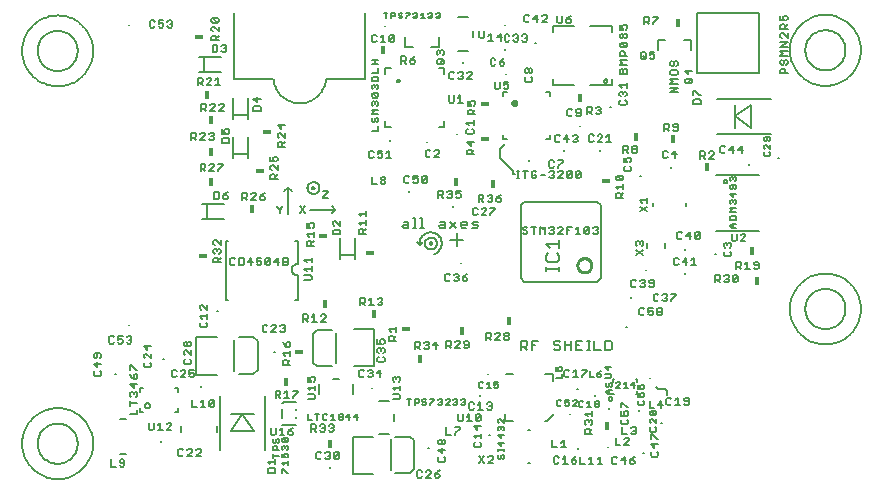
<source format=gto>
G75*
G70*
%OFA0B0*%
%FSLAX24Y24*%
%IPPOS*%
%LPD*%
%AMOC8*
5,1,8,0,0,1.08239X$1,22.5*
%
%ADD10C,0.0080*%
%ADD11C,0.0100*%
%ADD12R,0.0300X0.0180*%
%ADD13R,0.0180X0.0300*%
%ADD14C,0.0120*%
%ADD15C,0.0060*%
D10*
X000766Y001591D02*
X000768Y001642D01*
X000774Y001693D01*
X000784Y001743D01*
X000797Y001793D01*
X000815Y001841D01*
X000835Y001888D01*
X000860Y001933D01*
X000888Y001976D01*
X000919Y002017D01*
X000953Y002055D01*
X000990Y002090D01*
X001029Y002123D01*
X001071Y002153D01*
X001115Y002179D01*
X001161Y002201D01*
X001209Y002221D01*
X001258Y002236D01*
X001308Y002248D01*
X001358Y002256D01*
X001409Y002260D01*
X001461Y002260D01*
X001512Y002256D01*
X001562Y002248D01*
X001612Y002236D01*
X001661Y002221D01*
X001709Y002201D01*
X001755Y002179D01*
X001799Y002153D01*
X001841Y002123D01*
X001880Y002090D01*
X001917Y002055D01*
X001951Y002017D01*
X001982Y001976D01*
X002010Y001933D01*
X002035Y001888D01*
X002055Y001841D01*
X002073Y001793D01*
X002086Y001743D01*
X002096Y001693D01*
X002102Y001642D01*
X002104Y001591D01*
X002102Y001540D01*
X002096Y001489D01*
X002086Y001439D01*
X002073Y001389D01*
X002055Y001341D01*
X002035Y001294D01*
X002010Y001249D01*
X001982Y001206D01*
X001951Y001165D01*
X001917Y001127D01*
X001880Y001092D01*
X001841Y001059D01*
X001799Y001029D01*
X001755Y001003D01*
X001709Y000981D01*
X001661Y000961D01*
X001612Y000946D01*
X001562Y000934D01*
X001512Y000926D01*
X001461Y000922D01*
X001409Y000922D01*
X001358Y000926D01*
X001308Y000934D01*
X001258Y000946D01*
X001209Y000961D01*
X001161Y000981D01*
X001115Y001003D01*
X001071Y001029D01*
X001029Y001059D01*
X000990Y001092D01*
X000953Y001127D01*
X000919Y001165D01*
X000888Y001206D01*
X000860Y001249D01*
X000835Y001294D01*
X000815Y001341D01*
X000797Y001389D01*
X000784Y001439D01*
X000774Y001489D01*
X000768Y001540D01*
X000766Y001591D01*
X000254Y001591D02*
X000256Y001660D01*
X000262Y001728D01*
X000272Y001796D01*
X000286Y001863D01*
X000304Y001930D01*
X000325Y001995D01*
X000351Y002059D01*
X000380Y002121D01*
X000412Y002181D01*
X000448Y002240D01*
X000488Y002296D01*
X000530Y002350D01*
X000576Y002401D01*
X000625Y002450D01*
X000676Y002496D01*
X000730Y002538D01*
X000786Y002578D01*
X000844Y002614D01*
X000905Y002646D01*
X000967Y002675D01*
X001031Y002701D01*
X001096Y002722D01*
X001163Y002740D01*
X001230Y002754D01*
X001298Y002764D01*
X001366Y002770D01*
X001435Y002772D01*
X001504Y002770D01*
X001572Y002764D01*
X001640Y002754D01*
X001707Y002740D01*
X001774Y002722D01*
X001839Y002701D01*
X001903Y002675D01*
X001965Y002646D01*
X002025Y002614D01*
X002084Y002578D01*
X002140Y002538D01*
X002194Y002496D01*
X002245Y002450D01*
X002294Y002401D01*
X002340Y002350D01*
X002382Y002296D01*
X002422Y002240D01*
X002458Y002182D01*
X002490Y002121D01*
X002519Y002059D01*
X002545Y001995D01*
X002566Y001930D01*
X002584Y001863D01*
X002598Y001796D01*
X002608Y001728D01*
X002614Y001660D01*
X002616Y001591D01*
X002614Y001522D01*
X002608Y001454D01*
X002598Y001386D01*
X002584Y001319D01*
X002566Y001252D01*
X002545Y001187D01*
X002519Y001123D01*
X002490Y001061D01*
X002458Y001000D01*
X002422Y000942D01*
X002382Y000886D01*
X002340Y000832D01*
X002294Y000781D01*
X002245Y000732D01*
X002194Y000686D01*
X002140Y000644D01*
X002084Y000604D01*
X002026Y000568D01*
X001965Y000536D01*
X001903Y000507D01*
X001839Y000481D01*
X001774Y000460D01*
X001707Y000442D01*
X001640Y000428D01*
X001572Y000418D01*
X001504Y000412D01*
X001435Y000410D01*
X001366Y000412D01*
X001298Y000418D01*
X001230Y000428D01*
X001163Y000442D01*
X001096Y000460D01*
X001031Y000481D01*
X000967Y000507D01*
X000905Y000536D01*
X000844Y000568D01*
X000786Y000604D01*
X000730Y000644D01*
X000676Y000686D01*
X000625Y000732D01*
X000576Y000781D01*
X000530Y000832D01*
X000488Y000886D01*
X000448Y000942D01*
X000412Y001000D01*
X000380Y001061D01*
X000351Y001123D01*
X000325Y001187D01*
X000304Y001252D01*
X000286Y001319D01*
X000272Y001386D01*
X000262Y001454D01*
X000256Y001522D01*
X000254Y001591D01*
X002634Y003888D02*
X002674Y003848D01*
X002834Y003848D01*
X002874Y003888D01*
X002874Y003968D01*
X002834Y004008D01*
X002754Y004142D02*
X002754Y004302D01*
X002874Y004262D02*
X002634Y004262D01*
X002754Y004142D01*
X002674Y004008D02*
X002634Y003968D01*
X002634Y003888D01*
X002674Y004437D02*
X002714Y004437D01*
X002754Y004477D01*
X002754Y004597D01*
X002834Y004597D02*
X002674Y004597D01*
X002634Y004557D01*
X002634Y004477D01*
X002674Y004437D01*
X002834Y004437D02*
X002874Y004477D01*
X002874Y004557D01*
X002834Y004597D01*
X003185Y004928D02*
X003266Y004928D01*
X003306Y004968D01*
X003185Y004928D02*
X003145Y004968D01*
X003145Y005129D01*
X003185Y005169D01*
X003266Y005169D01*
X003306Y005129D01*
X003440Y005169D02*
X003440Y005048D01*
X003520Y005088D01*
X003560Y005088D01*
X003600Y005048D01*
X003600Y004968D01*
X003560Y004928D01*
X003480Y004928D01*
X003440Y004968D01*
X003440Y005169D02*
X003600Y005169D01*
X003735Y005129D02*
X003775Y005169D01*
X003855Y005169D01*
X003895Y005129D01*
X003895Y005088D01*
X003855Y005048D01*
X003895Y005008D01*
X003895Y004968D01*
X003855Y004928D01*
X003775Y004928D01*
X003735Y004968D01*
X003815Y005048D02*
X003855Y005048D01*
X004299Y004845D02*
X004419Y004725D01*
X004419Y004885D01*
X004299Y004845D02*
X004540Y004845D01*
X004540Y004590D02*
X004540Y004430D01*
X004379Y004590D01*
X004339Y004590D01*
X004299Y004550D01*
X004299Y004470D01*
X004339Y004430D01*
X004339Y004295D02*
X004299Y004255D01*
X004299Y004175D01*
X004339Y004135D01*
X004500Y004135D01*
X004540Y004175D01*
X004540Y004255D01*
X004500Y004295D01*
X004085Y004039D02*
X004045Y004039D01*
X003885Y004199D01*
X003845Y004199D01*
X003845Y004039D01*
X003845Y003904D02*
X003885Y003824D01*
X003965Y003744D01*
X003965Y003864D01*
X004005Y003904D01*
X004045Y003904D01*
X004085Y003864D01*
X004085Y003784D01*
X004045Y003744D01*
X003965Y003744D01*
X003965Y003610D02*
X003965Y003450D01*
X003845Y003570D01*
X004085Y003570D01*
X004190Y003444D02*
X004190Y003326D01*
X004085Y003275D02*
X004085Y003195D01*
X004045Y003155D01*
X003965Y003235D02*
X003965Y003275D01*
X004005Y003315D01*
X004045Y003315D01*
X004085Y003275D01*
X003965Y003275D02*
X003925Y003315D01*
X003885Y003315D01*
X003845Y003275D01*
X003845Y003195D01*
X003885Y003155D01*
X003845Y003020D02*
X003845Y002860D01*
X003845Y002940D02*
X004085Y002940D01*
X004190Y002775D02*
X004190Y002657D01*
X004288Y002657D01*
X004085Y002726D02*
X004085Y002566D01*
X003845Y002566D01*
X003698Y002418D02*
X003502Y002418D01*
X004476Y002280D02*
X004476Y002080D01*
X004516Y002040D01*
X004596Y002040D01*
X004636Y002080D01*
X004636Y002280D01*
X004771Y002200D02*
X004851Y002280D01*
X004851Y002040D01*
X004771Y002040D02*
X004931Y002040D01*
X005066Y002040D02*
X005226Y002200D01*
X005226Y002240D01*
X005186Y002280D01*
X005106Y002280D01*
X005066Y002240D01*
X005066Y002040D02*
X005226Y002040D01*
X005549Y001985D02*
X005549Y002182D01*
X005450Y002657D02*
X005351Y002657D01*
X005450Y002657D02*
X005450Y002775D01*
X005906Y002807D02*
X005906Y003047D01*
X005906Y002807D02*
X006066Y002807D01*
X006200Y002807D02*
X006360Y002807D01*
X006280Y002807D02*
X006280Y003047D01*
X006200Y002967D01*
X006495Y003007D02*
X006535Y003047D01*
X006615Y003047D01*
X006655Y003007D01*
X006495Y002847D01*
X006535Y002807D01*
X006615Y002807D01*
X006655Y002847D01*
X006655Y003007D01*
X006495Y003007D02*
X006495Y002847D01*
X006846Y003170D02*
X006846Y001390D01*
X006730Y001985D02*
X006730Y002182D01*
X007202Y002027D02*
X007990Y002027D01*
X007596Y002567D01*
X007202Y002027D01*
X007202Y002567D02*
X007990Y002567D01*
X008539Y002117D02*
X008539Y001917D01*
X008579Y001877D01*
X008659Y001877D01*
X008699Y001917D01*
X008699Y002117D01*
X008834Y002037D02*
X008914Y002117D01*
X008914Y001877D01*
X008834Y001877D02*
X008994Y001877D01*
X008934Y001778D02*
X009067Y001644D01*
X009101Y001678D01*
X009101Y001744D01*
X009067Y001778D01*
X008934Y001778D01*
X008900Y001744D01*
X008900Y001678D01*
X008934Y001644D01*
X009067Y001644D01*
X009067Y001520D02*
X009101Y001487D01*
X009101Y001420D01*
X009067Y001387D01*
X009001Y001453D02*
X009001Y001487D01*
X009034Y001520D01*
X009067Y001520D01*
X009001Y001487D02*
X008967Y001520D01*
X008934Y001520D01*
X008900Y001487D01*
X008900Y001420D01*
X008934Y001387D01*
X008900Y001262D02*
X008900Y001129D01*
X009001Y001129D01*
X008967Y001195D01*
X008967Y001229D01*
X009001Y001262D01*
X009067Y001262D01*
X009101Y001229D01*
X009101Y001162D01*
X009067Y001129D01*
X009101Y001004D02*
X009101Y000871D01*
X009101Y000938D02*
X008900Y000938D01*
X008967Y000871D01*
X008934Y000747D02*
X009067Y000613D01*
X009101Y000613D01*
X008900Y000613D02*
X008900Y000747D01*
X008934Y000747D01*
X008687Y000732D02*
X008647Y000772D01*
X008487Y000772D01*
X008446Y000732D01*
X008446Y000612D01*
X008687Y000612D01*
X008687Y000732D01*
X008687Y000907D02*
X008687Y001067D01*
X008687Y000987D02*
X008446Y000987D01*
X008527Y000907D01*
X008605Y001109D02*
X008605Y001243D01*
X008605Y001176D02*
X008805Y001176D01*
X008805Y001367D02*
X008605Y001367D01*
X008605Y001467D01*
X008639Y001500D01*
X008705Y001500D01*
X008739Y001467D01*
X008739Y001367D01*
X008772Y001625D02*
X008805Y001658D01*
X008805Y001725D01*
X008772Y001758D01*
X008739Y001758D01*
X008705Y001725D01*
X008705Y001658D01*
X008672Y001625D01*
X008639Y001625D01*
X008605Y001658D01*
X008605Y001725D01*
X008639Y001758D01*
X008346Y001390D02*
X008346Y003170D01*
X008697Y003197D02*
X008817Y003197D01*
X008857Y003237D01*
X008857Y003317D01*
X008817Y003358D01*
X008697Y003358D01*
X008697Y003117D01*
X008777Y003197D02*
X008857Y003117D01*
X008991Y003117D02*
X009151Y003117D01*
X009071Y003117D02*
X009071Y003358D01*
X008991Y003277D01*
X008935Y002989D02*
X009387Y002989D01*
X009387Y002969D01*
X009286Y003117D02*
X009286Y003157D01*
X009446Y003317D01*
X009446Y003358D01*
X009286Y003358D01*
X009773Y003447D02*
X010013Y003447D01*
X010013Y003367D02*
X010013Y003527D01*
X009973Y003662D02*
X010013Y003702D01*
X010013Y003782D01*
X009973Y003822D01*
X009893Y003822D01*
X009853Y003782D01*
X009853Y003742D01*
X009893Y003662D01*
X009773Y003662D01*
X009773Y003822D01*
X009773Y003447D02*
X009853Y003367D01*
X009773Y003232D02*
X009973Y003232D01*
X010013Y003192D01*
X010013Y003112D01*
X009973Y003072D01*
X009773Y003072D01*
X010146Y003253D02*
X010146Y003591D01*
X010601Y003741D02*
X010812Y003741D01*
X011266Y003591D02*
X011266Y003253D01*
X011519Y003821D02*
X011599Y003821D01*
X011639Y003861D01*
X011519Y003821D02*
X011479Y003861D01*
X011479Y004021D01*
X011519Y004061D01*
X011599Y004061D01*
X011639Y004021D01*
X011774Y004021D02*
X011814Y004061D01*
X011894Y004061D01*
X011934Y004021D01*
X011934Y003981D01*
X011894Y003941D01*
X011934Y003901D01*
X011934Y003861D01*
X011894Y003821D01*
X011814Y003821D01*
X011774Y003861D01*
X011854Y003941D02*
X011894Y003941D01*
X012068Y003941D02*
X012228Y003941D01*
X012188Y004061D02*
X012068Y003941D01*
X012188Y003821D02*
X012188Y004061D01*
X011986Y004170D02*
X011317Y004170D01*
X010722Y004264D02*
X010722Y005286D01*
X010569Y005390D02*
X010096Y005390D01*
X009939Y005252D01*
X009939Y004288D01*
X010096Y004170D01*
X010569Y004170D01*
X011907Y003453D02*
X011907Y003429D01*
X012151Y003017D02*
X012490Y003017D01*
X012608Y003072D02*
X012808Y003072D01*
X012848Y003112D01*
X012848Y003192D01*
X012808Y003232D01*
X012608Y003232D01*
X012688Y003367D02*
X012608Y003447D01*
X012848Y003447D01*
X012848Y003367D02*
X012848Y003527D01*
X012808Y003662D02*
X012848Y003702D01*
X012848Y003782D01*
X012808Y003822D01*
X012768Y003822D01*
X012728Y003782D01*
X012728Y003742D01*
X012728Y003782D02*
X012688Y003822D01*
X012648Y003822D01*
X012608Y003782D01*
X012608Y003702D01*
X012648Y003662D01*
X012293Y004318D02*
X012133Y004318D01*
X012093Y004358D01*
X012093Y004438D01*
X012133Y004478D01*
X012133Y004613D02*
X012093Y004653D01*
X012093Y004733D01*
X012133Y004773D01*
X012173Y004773D01*
X012213Y004733D01*
X012253Y004773D01*
X012293Y004773D01*
X012333Y004733D01*
X012333Y004653D01*
X012293Y004613D01*
X012213Y004693D02*
X012213Y004733D01*
X012213Y004907D02*
X012173Y004987D01*
X012173Y005027D01*
X012213Y005067D01*
X012293Y005067D01*
X012333Y005027D01*
X012333Y004947D01*
X012293Y004907D01*
X012213Y004907D02*
X012093Y004907D01*
X012093Y005067D01*
X012473Y005021D02*
X012473Y005141D01*
X012513Y005181D01*
X012593Y005181D01*
X012633Y005141D01*
X012633Y005021D01*
X012713Y005021D02*
X012473Y005021D01*
X012633Y005101D02*
X012713Y005181D01*
X012713Y005316D02*
X012713Y005476D01*
X012713Y005396D02*
X012473Y005396D01*
X012553Y005316D01*
X011986Y005410D02*
X011986Y004170D01*
X012293Y004318D02*
X012333Y004358D01*
X012333Y004438D01*
X012293Y004478D01*
X013349Y004746D02*
X013349Y004986D01*
X013469Y004986D01*
X013509Y004946D01*
X013509Y004866D01*
X013469Y004826D01*
X013349Y004826D01*
X013429Y004826D02*
X013509Y004746D01*
X013644Y004786D02*
X013684Y004746D01*
X013764Y004746D01*
X013804Y004786D01*
X013804Y004826D01*
X013764Y004866D01*
X013724Y004866D01*
X013764Y004866D02*
X013804Y004906D01*
X013804Y004946D01*
X013764Y004986D01*
X013684Y004986D01*
X013644Y004946D01*
X013938Y004866D02*
X014098Y004866D01*
X014058Y004746D02*
X014058Y004986D01*
X013938Y004866D01*
X014386Y004851D02*
X014506Y004851D01*
X014546Y004891D01*
X014546Y004971D01*
X014506Y005011D01*
X014386Y005011D01*
X014386Y004771D01*
X014466Y004851D02*
X014546Y004771D01*
X014680Y004771D02*
X014840Y004931D01*
X014840Y004971D01*
X014800Y005011D01*
X014720Y005011D01*
X014680Y004971D01*
X014680Y004771D02*
X014840Y004771D01*
X014975Y004811D02*
X015015Y004771D01*
X015095Y004771D01*
X015135Y004811D01*
X015135Y004971D01*
X015095Y005011D01*
X015015Y005011D01*
X014975Y004971D01*
X014975Y004931D01*
X015015Y004891D01*
X015135Y004891D01*
X015724Y005046D02*
X015724Y005287D01*
X015844Y005287D01*
X015884Y005247D01*
X015884Y005167D01*
X015844Y005126D01*
X015724Y005126D01*
X015804Y005126D02*
X015884Y005046D01*
X016019Y005046D02*
X016179Y005207D01*
X016179Y005247D01*
X016139Y005287D01*
X016059Y005287D01*
X016019Y005247D01*
X016019Y005046D02*
X016179Y005046D01*
X016313Y005086D02*
X016313Y005126D01*
X016353Y005167D01*
X016434Y005167D01*
X016474Y005126D01*
X016474Y005086D01*
X016434Y005046D01*
X016353Y005046D01*
X016313Y005086D01*
X016353Y005167D02*
X016313Y005207D01*
X016313Y005247D01*
X016353Y005287D01*
X016434Y005287D01*
X016474Y005247D01*
X016474Y005207D01*
X016434Y005167D01*
X016871Y005024D02*
X016871Y004703D01*
X016871Y004810D02*
X017031Y004810D01*
X017084Y004863D01*
X017084Y004970D01*
X017031Y005024D01*
X016871Y005024D01*
X016977Y004810D02*
X017084Y004703D01*
X017239Y004703D02*
X017239Y005024D01*
X017452Y005024D01*
X017346Y004863D02*
X017239Y004863D01*
X017975Y004917D02*
X018029Y004863D01*
X018136Y004863D01*
X018189Y004810D01*
X018189Y004757D01*
X018136Y004703D01*
X018029Y004703D01*
X017975Y004757D01*
X017975Y004917D02*
X017975Y004970D01*
X018029Y005024D01*
X018136Y005024D01*
X018189Y004970D01*
X018344Y005024D02*
X018344Y004703D01*
X018344Y004863D02*
X018557Y004863D01*
X018712Y004863D02*
X018819Y004863D01*
X018712Y004703D02*
X018926Y004703D01*
X019080Y004703D02*
X019187Y004703D01*
X019134Y004703D02*
X019134Y005024D01*
X019187Y005024D02*
X019080Y005024D01*
X018926Y005024D02*
X018712Y005024D01*
X018712Y004703D01*
X018557Y004703D02*
X018557Y005024D01*
X019326Y005024D02*
X019326Y004703D01*
X019539Y004703D01*
X019694Y004703D02*
X019694Y005024D01*
X019854Y005024D01*
X019908Y004970D01*
X019908Y004757D01*
X019854Y004703D01*
X019694Y004703D01*
X019775Y004178D02*
X019775Y004044D01*
X019675Y004144D01*
X019875Y004144D01*
X019842Y003920D02*
X019675Y003920D01*
X019555Y003874D02*
X019555Y003840D01*
X019521Y003807D01*
X019454Y003807D01*
X019421Y003840D01*
X019421Y003907D01*
X019521Y003907D01*
X019555Y003874D01*
X019488Y003974D02*
X019421Y003907D01*
X019488Y003974D02*
X019555Y004007D01*
X019675Y003786D02*
X019842Y003786D01*
X019875Y003820D01*
X019875Y003886D01*
X019842Y003920D01*
X019959Y003734D02*
X019979Y003734D01*
X019959Y003734D02*
X019959Y003636D01*
X019907Y003590D02*
X019907Y003523D01*
X019873Y003490D01*
X019806Y003523D02*
X019806Y003590D01*
X019840Y003623D01*
X019873Y003623D01*
X019907Y003590D01*
X019806Y003523D02*
X019773Y003490D01*
X019740Y003490D01*
X019706Y003523D01*
X019706Y003590D01*
X019740Y003623D01*
X019773Y003365D02*
X019907Y003365D01*
X019959Y003281D02*
X019959Y003262D01*
X019979Y003262D01*
X019907Y003232D02*
X019773Y003232D01*
X019706Y003298D01*
X019773Y003365D01*
X019806Y003365D02*
X019806Y003232D01*
X019802Y003084D02*
X019804Y003099D01*
X019809Y003112D01*
X019818Y003124D01*
X019829Y003134D01*
X019843Y003140D01*
X019857Y003143D01*
X019872Y003142D01*
X019886Y003137D01*
X019899Y003129D01*
X019909Y003119D01*
X019916Y003106D01*
X019920Y003091D01*
X019920Y003077D01*
X019916Y003062D01*
X019909Y003049D01*
X019899Y003039D01*
X019886Y003031D01*
X019872Y003026D01*
X019857Y003025D01*
X019843Y003028D01*
X019829Y003034D01*
X019818Y003044D01*
X019809Y003056D01*
X019804Y003069D01*
X019802Y003084D01*
X019820Y002784D02*
X019820Y002760D01*
X019476Y002856D02*
X019442Y002823D01*
X019376Y002823D01*
X019342Y002856D01*
X019342Y002889D01*
X019376Y002923D01*
X019442Y002923D01*
X019476Y002889D01*
X019476Y002856D01*
X019442Y002923D02*
X019476Y002956D01*
X019476Y002989D01*
X019442Y003023D01*
X019376Y003023D01*
X019342Y002989D01*
X019342Y002956D01*
X019376Y002923D01*
X019218Y002823D02*
X019085Y002823D01*
X019151Y002823D02*
X019151Y003023D01*
X019085Y002956D01*
X018960Y002989D02*
X018927Y003023D01*
X018860Y003023D01*
X018827Y002989D01*
X018827Y002856D01*
X018860Y002823D01*
X018927Y002823D01*
X018960Y002856D01*
X018742Y002837D02*
X018609Y002837D01*
X018742Y002970D01*
X018742Y003003D01*
X018709Y003037D01*
X018642Y003037D01*
X018609Y003003D01*
X018484Y003037D02*
X018351Y003037D01*
X018351Y002937D01*
X018418Y002970D01*
X018451Y002970D01*
X018484Y002937D01*
X018484Y002870D01*
X018451Y002837D01*
X018384Y002837D01*
X018351Y002870D01*
X018227Y002870D02*
X018193Y002837D01*
X018126Y002837D01*
X018093Y002870D01*
X018093Y003003D01*
X018126Y003037D01*
X018193Y003037D01*
X018227Y003003D01*
X017931Y002595D02*
X017931Y002536D01*
X017734Y002339D01*
X017675Y002339D01*
X017183Y002044D02*
X017104Y002044D01*
X016602Y002339D02*
X016356Y002339D01*
X016356Y002585D01*
X016316Y002420D02*
X016316Y002286D01*
X016183Y002420D01*
X016149Y002420D01*
X016116Y002387D01*
X016116Y002320D01*
X016149Y002286D01*
X016149Y002162D02*
X016183Y002162D01*
X016216Y002129D01*
X016249Y002162D01*
X016283Y002162D01*
X016316Y002129D01*
X016316Y002062D01*
X016283Y002029D01*
X016216Y002095D02*
X016216Y002129D01*
X016149Y002162D02*
X016116Y002129D01*
X016116Y002062D01*
X016149Y002029D01*
X016216Y001904D02*
X016216Y001771D01*
X016116Y001871D01*
X016316Y001871D01*
X016216Y001647D02*
X016216Y001513D01*
X016116Y001613D01*
X016316Y001613D01*
X016316Y001408D02*
X016316Y001341D01*
X016316Y001375D02*
X016116Y001375D01*
X016116Y001408D02*
X016116Y001341D01*
X016149Y001217D02*
X016116Y001184D01*
X016116Y001117D01*
X016149Y001083D01*
X016183Y001083D01*
X016216Y001117D01*
X016216Y001184D01*
X016249Y001217D01*
X016283Y001217D01*
X016316Y001184D01*
X016316Y001117D01*
X016283Y001083D01*
X015942Y001095D02*
X015942Y001135D01*
X015902Y001175D01*
X015822Y001175D01*
X015782Y001135D01*
X015648Y001175D02*
X015488Y000935D01*
X015648Y000935D02*
X015488Y001175D01*
X015498Y001471D02*
X015338Y001471D01*
X015298Y001511D01*
X015298Y001591D01*
X015338Y001631D01*
X015378Y001766D02*
X015298Y001846D01*
X015538Y001846D01*
X015538Y001766D02*
X015538Y001926D01*
X015418Y002060D02*
X015298Y002180D01*
X015538Y002180D01*
X015418Y002221D02*
X015418Y002060D01*
X015411Y002333D02*
X015371Y002373D01*
X015531Y002533D01*
X015531Y002373D01*
X015491Y002333D01*
X015411Y002333D01*
X015371Y002373D02*
X015371Y002533D01*
X015411Y002573D01*
X015491Y002573D01*
X015531Y002533D01*
X015528Y002724D02*
X015528Y002964D01*
X015448Y002884D01*
X015313Y002924D02*
X015273Y002964D01*
X015193Y002964D01*
X015153Y002924D01*
X015153Y002764D01*
X015193Y002724D01*
X015273Y002724D01*
X015313Y002764D01*
X015448Y002724D02*
X015608Y002724D01*
X015743Y002764D02*
X015783Y002724D01*
X015863Y002724D01*
X015903Y002764D01*
X015903Y002804D01*
X015863Y002844D01*
X015823Y002844D01*
X015863Y002844D02*
X015903Y002884D01*
X015903Y002924D01*
X015863Y002964D01*
X015783Y002964D01*
X015743Y002924D01*
X015509Y003193D02*
X015509Y003217D01*
X015514Y003453D02*
X015580Y003453D01*
X015614Y003486D01*
X015514Y003453D02*
X015480Y003486D01*
X015480Y003619D01*
X015514Y003653D01*
X015580Y003653D01*
X015614Y003619D01*
X015738Y003586D02*
X015805Y003653D01*
X015805Y003453D01*
X015738Y003453D02*
X015872Y003453D01*
X015996Y003486D02*
X016029Y003453D01*
X016096Y003453D01*
X016129Y003486D01*
X016129Y003553D01*
X016096Y003586D01*
X016063Y003586D01*
X015996Y003553D01*
X015996Y003653D01*
X016129Y003653D01*
X016395Y003924D02*
X016602Y003924D01*
X015765Y003902D02*
X015765Y003926D01*
X014979Y003063D02*
X015012Y003030D01*
X015012Y002996D01*
X014979Y002963D01*
X015012Y002930D01*
X015012Y002896D01*
X014979Y002863D01*
X014912Y002863D01*
X014879Y002896D01*
X014946Y002963D02*
X014979Y002963D01*
X014979Y003063D02*
X014912Y003063D01*
X014879Y003030D01*
X014755Y003030D02*
X014755Y002996D01*
X014721Y002963D01*
X014755Y002930D01*
X014755Y002896D01*
X014721Y002863D01*
X014655Y002863D01*
X014621Y002896D01*
X014688Y002963D02*
X014721Y002963D01*
X014755Y003030D02*
X014721Y003063D01*
X014655Y003063D01*
X014621Y003030D01*
X014497Y003030D02*
X014464Y003063D01*
X014397Y003063D01*
X014363Y003030D01*
X014239Y003030D02*
X014239Y002996D01*
X014206Y002963D01*
X014239Y002930D01*
X014239Y002896D01*
X014206Y002863D01*
X014139Y002863D01*
X014106Y002896D01*
X014172Y002963D02*
X014206Y002963D01*
X014239Y003030D02*
X014206Y003063D01*
X014139Y003063D01*
X014106Y003030D01*
X013981Y003030D02*
X013848Y002896D01*
X013848Y002863D01*
X013724Y002896D02*
X013690Y002863D01*
X013623Y002863D01*
X013590Y002896D01*
X013623Y002963D02*
X013690Y002963D01*
X013724Y002930D01*
X013724Y002896D01*
X013623Y002963D02*
X013590Y002996D01*
X013590Y003030D01*
X013623Y003063D01*
X013690Y003063D01*
X013724Y003030D01*
X013848Y003063D02*
X013981Y003063D01*
X013981Y003030D01*
X014363Y002863D02*
X014497Y002996D01*
X014497Y003030D01*
X014497Y002863D02*
X014363Y002863D01*
X014782Y002573D02*
X014782Y002373D01*
X014822Y002333D01*
X014902Y002333D01*
X014942Y002373D01*
X014942Y002573D01*
X015076Y002493D02*
X015156Y002573D01*
X015156Y002333D01*
X015076Y002333D02*
X015236Y002333D01*
X014847Y002132D02*
X014847Y002092D01*
X014687Y001932D01*
X014687Y001892D01*
X014552Y001892D02*
X014392Y001892D01*
X014392Y002132D01*
X014687Y002132D02*
X014847Y002132D01*
X014357Y001688D02*
X014357Y001608D01*
X014317Y001568D01*
X014277Y001568D01*
X014237Y001608D01*
X014237Y001688D01*
X014277Y001728D01*
X014317Y001728D01*
X014357Y001688D01*
X014237Y001688D02*
X014197Y001728D01*
X014157Y001728D01*
X014117Y001688D01*
X014117Y001608D01*
X014157Y001568D01*
X014197Y001568D01*
X014237Y001608D01*
X014237Y001434D02*
X014237Y001274D01*
X014117Y001394D01*
X014357Y001394D01*
X014317Y001139D02*
X014357Y001099D01*
X014357Y001019D01*
X014317Y000979D01*
X014157Y000979D01*
X014117Y001019D01*
X014117Y001099D01*
X014157Y001139D01*
X013809Y001453D02*
X013785Y001453D01*
X013324Y001709D02*
X013167Y001827D01*
X012694Y001827D01*
X012541Y001733D02*
X012541Y000711D01*
X012694Y000607D02*
X013167Y000607D01*
X013324Y000745D01*
X013324Y001709D01*
X012490Y001897D02*
X012151Y001897D01*
X011946Y001827D02*
X011277Y001827D01*
X011277Y000587D01*
X011946Y000587D01*
X010811Y001105D02*
X010771Y001065D01*
X010691Y001065D01*
X010651Y001105D01*
X010811Y001265D01*
X010811Y001105D01*
X010811Y001265D02*
X010771Y001305D01*
X010691Y001305D01*
X010651Y001265D01*
X010651Y001105D01*
X010516Y001105D02*
X010476Y001065D01*
X010396Y001065D01*
X010356Y001105D01*
X010436Y001185D02*
X010476Y001185D01*
X010516Y001145D01*
X010516Y001105D01*
X010476Y001185D02*
X010516Y001225D01*
X010516Y001265D01*
X010476Y001305D01*
X010396Y001305D01*
X010356Y001265D01*
X010222Y001265D02*
X010182Y001305D01*
X010102Y001305D01*
X010062Y001265D01*
X010062Y001105D01*
X010102Y001065D01*
X010182Y001065D01*
X010222Y001105D01*
X010509Y000796D02*
X010509Y000772D01*
X010514Y001990D02*
X010474Y002030D01*
X010514Y001990D02*
X010594Y001990D01*
X010634Y002030D01*
X010634Y002070D01*
X010594Y002110D01*
X010554Y002110D01*
X010594Y002110D02*
X010634Y002150D01*
X010634Y002190D01*
X010594Y002230D01*
X010514Y002230D01*
X010474Y002190D01*
X010339Y002190D02*
X010339Y002150D01*
X010299Y002110D01*
X010339Y002070D01*
X010339Y002030D01*
X010299Y001990D01*
X010219Y001990D01*
X010179Y002030D01*
X010259Y002110D02*
X010299Y002110D01*
X010339Y002190D02*
X010299Y002230D01*
X010219Y002230D01*
X010179Y002190D01*
X010045Y002190D02*
X010045Y002110D01*
X010005Y002070D01*
X009884Y002070D01*
X009884Y001990D02*
X009884Y002230D01*
X010005Y002230D01*
X010045Y002190D01*
X009965Y002070D02*
X010045Y001990D01*
X010094Y002371D02*
X010094Y002571D01*
X010027Y002571D02*
X010161Y002571D01*
X010285Y002538D02*
X010285Y002404D01*
X010318Y002371D01*
X010385Y002371D01*
X010418Y002404D01*
X010543Y002371D02*
X010676Y002371D01*
X010609Y002371D02*
X010609Y002571D01*
X010543Y002504D01*
X010418Y002538D02*
X010385Y002571D01*
X010318Y002571D01*
X010285Y002538D01*
X010801Y002538D02*
X010801Y002504D01*
X010834Y002471D01*
X010901Y002471D01*
X010934Y002438D01*
X010934Y002404D01*
X010901Y002371D01*
X010834Y002371D01*
X010801Y002404D01*
X010801Y002438D01*
X010834Y002471D01*
X010901Y002471D02*
X010934Y002504D01*
X010934Y002538D01*
X010901Y002571D01*
X010834Y002571D01*
X010801Y002538D01*
X011058Y002471D02*
X011192Y002471D01*
X011158Y002571D02*
X011058Y002471D01*
X011158Y002371D02*
X011158Y002571D01*
X011316Y002471D02*
X011450Y002471D01*
X011416Y002571D02*
X011316Y002471D01*
X011416Y002371D02*
X011416Y002571D01*
X012640Y002563D02*
X012640Y002351D01*
X013141Y002863D02*
X013141Y003063D01*
X013074Y003063D02*
X013208Y003063D01*
X013332Y003063D02*
X013432Y003063D01*
X013466Y003030D01*
X013466Y002963D01*
X013432Y002930D01*
X013332Y002930D01*
X013332Y002863D02*
X013332Y003063D01*
X015498Y001631D02*
X015538Y001591D01*
X015538Y001511D01*
X015498Y001471D01*
X015812Y001886D02*
X015836Y001886D01*
X015942Y001095D02*
X015782Y000935D01*
X015942Y000935D01*
X017104Y000941D02*
X017183Y000941D01*
X017928Y001464D02*
X018088Y001464D01*
X018223Y001464D02*
X018383Y001464D01*
X018303Y001464D02*
X018303Y001704D01*
X018223Y001624D01*
X018777Y001446D02*
X018777Y001422D01*
X018724Y001167D02*
X018644Y001127D01*
X018564Y001047D01*
X018684Y001047D01*
X018724Y001007D01*
X018724Y000967D01*
X018684Y000927D01*
X018604Y000927D01*
X018564Y000967D01*
X018564Y001047D01*
X018430Y000927D02*
X018270Y000927D01*
X018350Y000927D02*
X018350Y001167D01*
X018270Y001087D01*
X018135Y001127D02*
X018095Y001167D01*
X018015Y001167D01*
X017975Y001127D01*
X017975Y000967D01*
X018015Y000927D01*
X018095Y000927D01*
X018135Y000967D01*
X017928Y001464D02*
X017928Y001704D01*
X018521Y002563D02*
X018521Y002587D01*
X019019Y002593D02*
X019259Y002593D01*
X019259Y002513D02*
X019259Y002673D01*
X019099Y002513D02*
X019019Y002593D01*
X019059Y002379D02*
X019099Y002379D01*
X019139Y002339D01*
X019179Y002379D01*
X019219Y002379D01*
X019259Y002339D01*
X019259Y002259D01*
X019219Y002219D01*
X019139Y002299D02*
X019139Y002339D01*
X019059Y002379D02*
X019019Y002339D01*
X019019Y002259D01*
X019059Y002219D01*
X019059Y002084D02*
X019139Y002084D01*
X019179Y002044D01*
X019179Y001924D01*
X019259Y001924D02*
X019019Y001924D01*
X019019Y002044D01*
X019059Y002084D01*
X019179Y002004D02*
X019259Y002084D01*
X019769Y001493D02*
X019793Y001493D01*
X020035Y001543D02*
X020035Y001783D01*
X020035Y001543D02*
X020195Y001543D01*
X020329Y001543D02*
X020489Y001703D01*
X020489Y001743D01*
X020449Y001783D01*
X020369Y001783D01*
X020329Y001743D01*
X020251Y001897D02*
X020411Y001897D01*
X020546Y001937D02*
X020586Y001897D01*
X020666Y001897D01*
X020706Y001937D01*
X020706Y001977D01*
X020666Y002017D01*
X020626Y002017D01*
X020666Y002017D02*
X020706Y002057D01*
X020706Y002097D01*
X020666Y002137D01*
X020586Y002137D01*
X020546Y002097D01*
X020408Y002246D02*
X020445Y002282D01*
X020445Y002356D01*
X020408Y002392D01*
X020408Y002522D02*
X020445Y002559D01*
X020445Y002632D01*
X020408Y002669D01*
X020335Y002669D01*
X020298Y002632D01*
X020298Y002595D01*
X020335Y002522D01*
X020225Y002522D01*
X020225Y002669D01*
X020225Y002798D02*
X020225Y002945D01*
X020262Y002945D01*
X020408Y002798D01*
X020445Y002798D01*
X020262Y002392D02*
X020225Y002356D01*
X020225Y002282D01*
X020262Y002246D01*
X020408Y002246D01*
X020251Y002137D02*
X020251Y001897D01*
X020329Y001543D02*
X020489Y001543D01*
X020332Y001153D02*
X020212Y001033D01*
X020372Y001033D01*
X020332Y000913D02*
X020332Y001153D01*
X020506Y001033D02*
X020506Y000953D01*
X020546Y000913D01*
X020626Y000913D01*
X020666Y000953D01*
X020666Y000993D01*
X020626Y001033D01*
X020506Y001033D01*
X020586Y001113D01*
X020666Y001153D01*
X020950Y001276D02*
X020974Y001276D01*
X021204Y001276D02*
X021244Y001316D01*
X021204Y001276D02*
X021204Y001196D01*
X021244Y001156D01*
X021404Y001156D01*
X021444Y001196D01*
X021444Y001276D01*
X021404Y001316D01*
X021324Y001451D02*
X021324Y001611D01*
X021444Y001571D02*
X021204Y001571D01*
X021324Y001451D01*
X021404Y001745D02*
X021444Y001745D01*
X021404Y001745D02*
X021244Y001906D01*
X021204Y001906D01*
X021204Y001745D01*
X021206Y001990D02*
X021353Y001990D01*
X021390Y002026D01*
X021390Y002100D01*
X021353Y002136D01*
X021390Y002266D02*
X021243Y002413D01*
X021206Y002413D01*
X021170Y002376D01*
X021170Y002303D01*
X021206Y002266D01*
X021206Y002136D02*
X021170Y002100D01*
X021170Y002026D01*
X021206Y001990D01*
X021390Y002266D02*
X021390Y002413D01*
X021353Y002542D02*
X021206Y002689D01*
X021353Y002689D01*
X021390Y002652D01*
X021390Y002579D01*
X021353Y002542D01*
X021206Y002542D01*
X021170Y002579D01*
X021170Y002652D01*
X021206Y002689D01*
X021174Y002783D02*
X021321Y002783D01*
X021174Y002783D02*
X021174Y003003D01*
X020990Y002981D02*
X020957Y003014D01*
X020990Y002981D02*
X020990Y002914D01*
X020957Y002881D01*
X020824Y002881D01*
X020790Y002914D01*
X020790Y002981D01*
X020824Y003014D01*
X020790Y003139D02*
X020890Y003139D01*
X020857Y003205D01*
X020857Y003239D01*
X020890Y003272D01*
X020957Y003272D01*
X020990Y003239D01*
X020990Y003172D01*
X020957Y003139D01*
X020790Y003139D02*
X020790Y003272D01*
X020746Y003262D02*
X020746Y003340D01*
X020790Y003396D02*
X020890Y003396D01*
X020857Y003463D01*
X020857Y003496D01*
X020890Y003530D01*
X020957Y003530D01*
X020990Y003496D01*
X020990Y003430D01*
X020957Y003396D01*
X020790Y003396D02*
X020790Y003530D01*
X020691Y003534D02*
X020558Y003534D01*
X020658Y003634D01*
X020658Y003434D01*
X020727Y003262D02*
X020746Y003262D01*
X020433Y003434D02*
X020300Y003434D01*
X020366Y003434D02*
X020366Y003634D01*
X020300Y003568D01*
X020175Y003568D02*
X020175Y003601D01*
X020142Y003634D01*
X020075Y003634D01*
X020042Y003601D01*
X020175Y003568D02*
X020042Y003434D01*
X020175Y003434D01*
X020746Y003636D02*
X020746Y003734D01*
X020727Y003734D01*
X021167Y003776D02*
X021191Y003776D01*
X021395Y003481D02*
X021454Y003422D01*
X021671Y003422D01*
X021750Y003343D01*
X021750Y003225D01*
X021768Y003121D02*
X021728Y003081D01*
X021728Y002921D01*
X021768Y002881D01*
X021848Y002881D01*
X021888Y002921D01*
X022023Y002881D02*
X022183Y002881D01*
X022103Y002881D02*
X022103Y003121D01*
X022023Y003041D01*
X021888Y003081D02*
X021848Y003121D01*
X021768Y003121D01*
X021560Y003003D02*
X021450Y002893D01*
X021597Y002893D01*
X021560Y002783D02*
X021560Y003003D01*
X020805Y002705D02*
X020805Y002681D01*
X021560Y002280D02*
X021584Y002280D01*
X022317Y002921D02*
X022357Y002881D01*
X022437Y002881D01*
X022478Y002921D01*
X022478Y003081D01*
X022437Y003121D01*
X022357Y003121D01*
X022317Y003081D01*
X022317Y003041D01*
X022357Y003001D01*
X022478Y003001D01*
X020077Y001113D02*
X020037Y001153D01*
X019957Y001153D01*
X019917Y001113D01*
X019917Y000953D01*
X019957Y000913D01*
X020037Y000913D01*
X020077Y000953D01*
X019591Y000907D02*
X019430Y000907D01*
X019511Y000907D02*
X019511Y001148D01*
X019430Y001068D01*
X019296Y000907D02*
X019136Y000907D01*
X019216Y000907D02*
X019216Y001148D01*
X019136Y001068D01*
X019001Y000907D02*
X018841Y000907D01*
X018841Y001148D01*
X019348Y003174D02*
X019348Y003198D01*
X019297Y003807D02*
X019163Y003807D01*
X019163Y004007D01*
X019079Y004021D02*
X018919Y003861D01*
X018919Y003821D01*
X018784Y003821D02*
X018624Y003821D01*
X018704Y003821D02*
X018704Y004061D01*
X018624Y003981D01*
X018489Y004021D02*
X018449Y004061D01*
X018369Y004061D01*
X018329Y004021D01*
X018329Y003861D01*
X018369Y003821D01*
X018449Y003821D01*
X018489Y003861D01*
X018234Y003902D02*
X018234Y003769D01*
X018034Y003769D01*
X017931Y003668D02*
X017931Y003914D01*
X017685Y003914D01*
X018034Y004026D02*
X018034Y004160D01*
X018101Y004126D02*
X018134Y004160D01*
X018201Y004160D01*
X018234Y004126D01*
X018234Y004060D01*
X018201Y004026D01*
X018134Y004026D02*
X018101Y004093D01*
X018101Y004126D01*
X018134Y004026D02*
X018034Y004026D01*
X018745Y003402D02*
X018769Y003402D01*
X018919Y004061D02*
X019079Y004061D01*
X019079Y004021D01*
X020379Y005469D02*
X020403Y005469D01*
X020829Y005908D02*
X020829Y006068D01*
X020869Y006108D01*
X020949Y006108D01*
X020989Y006068D01*
X021124Y006108D02*
X021124Y005988D01*
X021204Y006028D01*
X021244Y006028D01*
X021284Y005988D01*
X021284Y005908D01*
X021244Y005868D01*
X021164Y005868D01*
X021124Y005908D01*
X020989Y005908D02*
X020949Y005868D01*
X020869Y005868D01*
X020829Y005908D01*
X021124Y006108D02*
X021284Y006108D01*
X021419Y006068D02*
X021419Y006028D01*
X021459Y005988D01*
X021539Y005988D01*
X021579Y005948D01*
X021579Y005908D01*
X021539Y005868D01*
X021459Y005868D01*
X021419Y005908D01*
X021419Y005948D01*
X021459Y005988D01*
X021539Y005988D02*
X021579Y006028D01*
X021579Y006068D01*
X021539Y006108D01*
X021459Y006108D01*
X021419Y006068D01*
X021422Y006340D02*
X021342Y006340D01*
X021302Y006380D01*
X021302Y006541D01*
X021342Y006581D01*
X021422Y006581D01*
X021462Y006541D01*
X021596Y006541D02*
X021636Y006581D01*
X021717Y006581D01*
X021757Y006541D01*
X021757Y006501D01*
X021717Y006461D01*
X021757Y006421D01*
X021757Y006380D01*
X021717Y006340D01*
X021636Y006340D01*
X021596Y006380D01*
X021676Y006461D02*
X021717Y006461D01*
X021891Y006380D02*
X021891Y006340D01*
X021891Y006380D02*
X022051Y006541D01*
X022051Y006581D01*
X021891Y006581D01*
X021462Y006380D02*
X021422Y006340D01*
X021263Y006813D02*
X021303Y006853D01*
X021303Y007013D01*
X021263Y007053D01*
X021183Y007053D01*
X021143Y007013D01*
X021143Y006973D01*
X021183Y006933D01*
X021303Y006933D01*
X021263Y006813D02*
X021183Y006813D01*
X021143Y006853D01*
X021009Y006853D02*
X020969Y006813D01*
X020888Y006813D01*
X020848Y006853D01*
X020928Y006933D02*
X020969Y006933D01*
X021009Y006893D01*
X021009Y006853D01*
X020969Y006933D02*
X021009Y006973D01*
X021009Y007013D01*
X020969Y007053D01*
X020888Y007053D01*
X020848Y007013D01*
X020714Y007013D02*
X020674Y007053D01*
X020594Y007053D01*
X020554Y007013D01*
X020554Y006853D01*
X020594Y006813D01*
X020674Y006813D01*
X020714Y006853D01*
X020549Y006485D02*
X020549Y006461D01*
X021061Y007366D02*
X021061Y007390D01*
X020952Y007886D02*
X020711Y008046D01*
X020751Y008181D02*
X020711Y008221D01*
X020711Y008301D01*
X020751Y008341D01*
X020791Y008341D01*
X020831Y008301D01*
X020871Y008341D01*
X020912Y008341D01*
X020952Y008301D01*
X020952Y008221D01*
X020912Y008181D01*
X020831Y008261D02*
X020831Y008301D01*
X021080Y008264D02*
X021080Y008107D01*
X020952Y008046D02*
X020711Y007886D01*
X021671Y008107D02*
X021671Y008264D01*
X022089Y008447D02*
X022089Y008608D01*
X022129Y008648D01*
X022209Y008648D01*
X022249Y008608D01*
X022384Y008527D02*
X022544Y008527D01*
X022504Y008407D02*
X022504Y008648D01*
X022384Y008527D01*
X022249Y008447D02*
X022209Y008407D01*
X022129Y008407D01*
X022089Y008447D01*
X022360Y008079D02*
X022360Y008055D01*
X022386Y007781D02*
X022266Y007661D01*
X022426Y007661D01*
X022386Y007541D02*
X022386Y007781D01*
X022560Y007701D02*
X022640Y007781D01*
X022640Y007541D01*
X022560Y007541D02*
X022721Y007541D01*
X022360Y007272D02*
X022360Y007248D01*
X022091Y007541D02*
X022131Y007581D01*
X022091Y007541D02*
X022011Y007541D01*
X021971Y007581D01*
X021971Y007741D01*
X022011Y007781D01*
X022091Y007781D01*
X022131Y007741D01*
X022719Y008407D02*
X022679Y008447D01*
X022839Y008608D01*
X022839Y008447D01*
X022799Y008407D01*
X022719Y008407D01*
X022679Y008447D02*
X022679Y008608D01*
X022719Y008648D01*
X022799Y008648D01*
X022839Y008608D01*
X023382Y008693D02*
X024802Y008693D01*
X024362Y008544D02*
X024322Y008584D01*
X024242Y008584D01*
X024202Y008544D01*
X024068Y008584D02*
X024068Y008384D01*
X024028Y008344D01*
X023948Y008344D01*
X023908Y008384D01*
X023908Y008584D01*
X023929Y008791D02*
X023862Y008858D01*
X023929Y008924D01*
X024062Y008924D01*
X023962Y008924D02*
X023962Y008791D01*
X023929Y008791D02*
X024062Y008791D01*
X024062Y009049D02*
X023862Y009049D01*
X023862Y009149D01*
X023896Y009182D01*
X024029Y009182D01*
X024062Y009149D01*
X024062Y009049D01*
X024062Y009306D02*
X023862Y009306D01*
X023929Y009373D01*
X023862Y009440D01*
X024062Y009440D01*
X024029Y009564D02*
X024062Y009598D01*
X024062Y009664D01*
X024029Y009698D01*
X023996Y009698D01*
X023962Y009664D01*
X023962Y009631D01*
X023962Y009664D02*
X023929Y009698D01*
X023896Y009698D01*
X023862Y009664D01*
X023862Y009598D01*
X023896Y009564D01*
X023962Y009822D02*
X023862Y009922D01*
X024062Y009922D01*
X023962Y009955D02*
X023962Y009822D01*
X023929Y010080D02*
X023896Y010080D01*
X023862Y010113D01*
X023862Y010180D01*
X023896Y010213D01*
X024029Y010213D01*
X024062Y010180D01*
X024062Y010113D01*
X024029Y010080D01*
X023962Y010113D02*
X023962Y010213D01*
X023962Y010113D02*
X023929Y010080D01*
X023896Y010338D02*
X023862Y010371D01*
X023862Y010438D01*
X023896Y010471D01*
X023929Y010471D01*
X023962Y010438D01*
X023996Y010471D01*
X024029Y010471D01*
X024062Y010438D01*
X024062Y010371D01*
X024029Y010338D01*
X023962Y010404D02*
X023962Y010438D01*
X023645Y010333D02*
X023647Y010348D01*
X023653Y010361D01*
X023662Y010373D01*
X023673Y010382D01*
X023687Y010388D01*
X023702Y010390D01*
X023717Y010388D01*
X023730Y010382D01*
X023742Y010373D01*
X023751Y010362D01*
X023757Y010348D01*
X023759Y010333D01*
X023757Y010318D01*
X023751Y010305D01*
X023742Y010293D01*
X023731Y010284D01*
X023717Y010278D01*
X023702Y010276D01*
X023687Y010278D01*
X023674Y010284D01*
X023662Y010293D01*
X023653Y010304D01*
X023647Y010318D01*
X023645Y010333D01*
X023647Y010348D01*
X023653Y010361D01*
X023662Y010373D01*
X023673Y010382D01*
X023687Y010388D01*
X023702Y010390D01*
X023717Y010388D01*
X023730Y010382D01*
X023742Y010373D01*
X023751Y010362D01*
X023757Y010348D01*
X023759Y010333D01*
X023757Y010318D01*
X023751Y010305D01*
X023742Y010293D01*
X023731Y010284D01*
X023717Y010278D01*
X023702Y010276D01*
X023687Y010278D01*
X023674Y010284D01*
X023662Y010293D01*
X023653Y010304D01*
X023647Y010318D01*
X023645Y010333D01*
X023382Y010552D02*
X024802Y010552D01*
X024476Y010890D02*
X024476Y010914D01*
X024239Y011267D02*
X024239Y011507D01*
X024119Y011387D01*
X024279Y011387D01*
X023984Y011387D02*
X023824Y011387D01*
X023944Y011507D01*
X023944Y011267D01*
X023689Y011307D02*
X023649Y011267D01*
X023569Y011267D01*
X023529Y011307D01*
X023529Y011467D01*
X023569Y011507D01*
X023649Y011507D01*
X023689Y011467D01*
X023304Y011290D02*
X023264Y011330D01*
X023184Y011330D01*
X023144Y011290D01*
X023010Y011290D02*
X022970Y011330D01*
X022850Y011330D01*
X022850Y011090D01*
X022850Y011170D02*
X022970Y011170D01*
X023010Y011210D01*
X023010Y011290D01*
X022930Y011170D02*
X023010Y011090D01*
X023144Y011090D02*
X023304Y011250D01*
X023304Y011290D01*
X023304Y011090D02*
X023144Y011090D01*
X023419Y011904D02*
X025199Y011904D01*
X025156Y011812D02*
X025022Y011812D01*
X024989Y011779D01*
X024989Y011712D01*
X025022Y011679D01*
X025056Y011679D01*
X025089Y011712D01*
X025089Y011812D01*
X025156Y011812D02*
X025189Y011779D01*
X025189Y011712D01*
X025156Y011679D01*
X025189Y011554D02*
X025189Y011421D01*
X025056Y011554D01*
X025022Y011554D01*
X024989Y011521D01*
X024989Y011454D01*
X025022Y011421D01*
X025022Y011296D02*
X024989Y011263D01*
X024989Y011196D01*
X025022Y011163D01*
X025156Y011163D01*
X025189Y011196D01*
X025189Y011263D01*
X025156Y011296D01*
X025458Y011099D02*
X025482Y011099D01*
X024562Y012103D02*
X024562Y012890D01*
X024021Y012497D01*
X024021Y012890D01*
X024021Y012497D02*
X024562Y012103D01*
X024021Y012103D02*
X024021Y012497D01*
X023419Y013089D02*
X025199Y013089D01*
X025527Y013931D02*
X025527Y014051D01*
X025567Y014091D01*
X025647Y014091D01*
X025687Y014051D01*
X025687Y013931D01*
X025767Y013931D02*
X025527Y013931D01*
X025567Y014225D02*
X025607Y014225D01*
X025647Y014265D01*
X025647Y014345D01*
X025687Y014385D01*
X025727Y014385D01*
X025767Y014345D01*
X025767Y014265D01*
X025727Y014225D01*
X025567Y014225D02*
X025527Y014265D01*
X025527Y014345D01*
X025567Y014385D01*
X025527Y014520D02*
X025607Y014600D01*
X025527Y014680D01*
X025767Y014680D01*
X025767Y014815D02*
X025527Y014815D01*
X025767Y014975D01*
X025527Y014975D01*
X025567Y015109D02*
X025527Y015149D01*
X025527Y015229D01*
X025567Y015269D01*
X025607Y015269D01*
X025767Y015109D01*
X025767Y015269D01*
X025767Y015404D02*
X025527Y015404D01*
X025527Y015524D01*
X025567Y015564D01*
X025647Y015564D01*
X025687Y015524D01*
X025687Y015404D01*
X025687Y015484D02*
X025767Y015564D01*
X025727Y015699D02*
X025767Y015739D01*
X025767Y015819D01*
X025727Y015859D01*
X025647Y015859D01*
X025607Y015819D01*
X025607Y015779D01*
X025647Y015699D01*
X025527Y015699D01*
X025527Y015859D01*
X025527Y014520D02*
X025767Y014520D01*
X026356Y014701D02*
X026358Y014752D01*
X026364Y014803D01*
X026374Y014853D01*
X026387Y014903D01*
X026405Y014951D01*
X026425Y014998D01*
X026450Y015043D01*
X026478Y015086D01*
X026509Y015127D01*
X026543Y015165D01*
X026580Y015200D01*
X026619Y015233D01*
X026661Y015263D01*
X026705Y015289D01*
X026751Y015311D01*
X026799Y015331D01*
X026848Y015346D01*
X026898Y015358D01*
X026948Y015366D01*
X026999Y015370D01*
X027051Y015370D01*
X027102Y015366D01*
X027152Y015358D01*
X027202Y015346D01*
X027251Y015331D01*
X027299Y015311D01*
X027345Y015289D01*
X027389Y015263D01*
X027431Y015233D01*
X027470Y015200D01*
X027507Y015165D01*
X027541Y015127D01*
X027572Y015086D01*
X027600Y015043D01*
X027625Y014998D01*
X027645Y014951D01*
X027663Y014903D01*
X027676Y014853D01*
X027686Y014803D01*
X027692Y014752D01*
X027694Y014701D01*
X027692Y014650D01*
X027686Y014599D01*
X027676Y014549D01*
X027663Y014499D01*
X027645Y014451D01*
X027625Y014404D01*
X027600Y014359D01*
X027572Y014316D01*
X027541Y014275D01*
X027507Y014237D01*
X027470Y014202D01*
X027431Y014169D01*
X027389Y014139D01*
X027345Y014113D01*
X027299Y014091D01*
X027251Y014071D01*
X027202Y014056D01*
X027152Y014044D01*
X027102Y014036D01*
X027051Y014032D01*
X026999Y014032D01*
X026948Y014036D01*
X026898Y014044D01*
X026848Y014056D01*
X026799Y014071D01*
X026751Y014091D01*
X026705Y014113D01*
X026661Y014139D01*
X026619Y014169D01*
X026580Y014202D01*
X026543Y014237D01*
X026509Y014275D01*
X026478Y014316D01*
X026450Y014359D01*
X026425Y014404D01*
X026405Y014451D01*
X026387Y014499D01*
X026374Y014549D01*
X026364Y014599D01*
X026358Y014650D01*
X026356Y014701D01*
X025844Y014701D02*
X025846Y014770D01*
X025852Y014838D01*
X025862Y014906D01*
X025876Y014973D01*
X025894Y015040D01*
X025915Y015105D01*
X025941Y015169D01*
X025970Y015231D01*
X026002Y015291D01*
X026038Y015350D01*
X026078Y015406D01*
X026120Y015460D01*
X026166Y015511D01*
X026215Y015560D01*
X026266Y015606D01*
X026320Y015648D01*
X026376Y015688D01*
X026434Y015724D01*
X026495Y015756D01*
X026557Y015785D01*
X026621Y015811D01*
X026686Y015832D01*
X026753Y015850D01*
X026820Y015864D01*
X026888Y015874D01*
X026956Y015880D01*
X027025Y015882D01*
X027094Y015880D01*
X027162Y015874D01*
X027230Y015864D01*
X027297Y015850D01*
X027364Y015832D01*
X027429Y015811D01*
X027493Y015785D01*
X027555Y015756D01*
X027615Y015724D01*
X027674Y015688D01*
X027730Y015648D01*
X027784Y015606D01*
X027835Y015560D01*
X027884Y015511D01*
X027930Y015460D01*
X027972Y015406D01*
X028012Y015350D01*
X028048Y015292D01*
X028080Y015231D01*
X028109Y015169D01*
X028135Y015105D01*
X028156Y015040D01*
X028174Y014973D01*
X028188Y014906D01*
X028198Y014838D01*
X028204Y014770D01*
X028206Y014701D01*
X028204Y014632D01*
X028198Y014564D01*
X028188Y014496D01*
X028174Y014429D01*
X028156Y014362D01*
X028135Y014297D01*
X028109Y014233D01*
X028080Y014171D01*
X028048Y014110D01*
X028012Y014052D01*
X027972Y013996D01*
X027930Y013942D01*
X027884Y013891D01*
X027835Y013842D01*
X027784Y013796D01*
X027730Y013754D01*
X027674Y013714D01*
X027616Y013678D01*
X027555Y013646D01*
X027493Y013617D01*
X027429Y013591D01*
X027364Y013570D01*
X027297Y013552D01*
X027230Y013538D01*
X027162Y013528D01*
X027094Y013522D01*
X027025Y013520D01*
X026956Y013522D01*
X026888Y013528D01*
X026820Y013538D01*
X026753Y013552D01*
X026686Y013570D01*
X026621Y013591D01*
X026557Y013617D01*
X026495Y013646D01*
X026434Y013678D01*
X026376Y013714D01*
X026320Y013754D01*
X026266Y013796D01*
X026215Y013842D01*
X026166Y013891D01*
X026120Y013942D01*
X026078Y013996D01*
X026038Y014052D01*
X026002Y014110D01*
X025970Y014171D01*
X025941Y014233D01*
X025915Y014297D01*
X025894Y014362D01*
X025876Y014429D01*
X025862Y014496D01*
X025852Y014564D01*
X025846Y014632D01*
X025844Y014701D01*
X022867Y013202D02*
X022827Y013202D01*
X022667Y013362D01*
X022627Y013362D01*
X022627Y013202D01*
X022667Y013067D02*
X022627Y013027D01*
X022627Y012907D01*
X022867Y012907D01*
X022867Y013027D01*
X022827Y013067D01*
X022667Y013067D01*
X022534Y013602D02*
X022374Y013602D01*
X022334Y013642D01*
X022334Y013722D01*
X022374Y013762D01*
X022534Y013762D01*
X022574Y013722D01*
X022574Y013642D01*
X022534Y013602D01*
X022494Y013682D02*
X022574Y013762D01*
X022454Y013897D02*
X022454Y014057D01*
X022334Y014017D02*
X022454Y013897D01*
X022574Y014017D02*
X022334Y014017D01*
X022100Y014007D02*
X022060Y014047D01*
X021899Y014047D01*
X021859Y014007D01*
X021859Y013927D01*
X021899Y013887D01*
X022060Y013887D01*
X022100Y013927D01*
X022100Y014007D01*
X022060Y014182D02*
X022100Y014222D01*
X022100Y014302D01*
X022060Y014342D01*
X022020Y014342D01*
X021979Y014302D01*
X021979Y014222D01*
X021939Y014182D01*
X021899Y014182D01*
X021859Y014222D01*
X021859Y014302D01*
X021899Y014342D01*
X021329Y014458D02*
X021289Y014418D01*
X021209Y014418D01*
X021169Y014458D01*
X021169Y014538D02*
X021249Y014578D01*
X021289Y014578D01*
X021329Y014538D01*
X021329Y014458D01*
X021169Y014538D02*
X021169Y014658D01*
X021329Y014658D01*
X021435Y014721D02*
X021435Y015036D01*
X021671Y015036D01*
X022301Y015036D02*
X022537Y015036D01*
X022537Y014721D01*
X022100Y013753D02*
X021859Y013753D01*
X021939Y013673D01*
X021859Y013593D01*
X022100Y013593D01*
X022100Y013458D02*
X021859Y013458D01*
X021859Y013298D02*
X022100Y013458D01*
X022100Y013298D02*
X021859Y013298D01*
X021776Y012250D02*
X021816Y012210D01*
X021816Y012130D01*
X021776Y012090D01*
X021656Y012090D01*
X021736Y012090D02*
X021816Y012010D01*
X021951Y012050D02*
X021991Y012010D01*
X022071Y012010D01*
X022111Y012050D01*
X022111Y012210D01*
X022071Y012250D01*
X021991Y012250D01*
X021951Y012210D01*
X021951Y012170D01*
X021991Y012130D01*
X022111Y012130D01*
X021776Y012250D02*
X021656Y012250D01*
X021656Y012010D01*
X021649Y011350D02*
X021609Y011310D01*
X021609Y011149D01*
X021649Y011109D01*
X021729Y011109D01*
X021769Y011149D01*
X021904Y011230D02*
X022064Y011230D01*
X022024Y011350D02*
X022024Y011109D01*
X021904Y011230D02*
X022024Y011350D01*
X021769Y011310D02*
X021729Y011350D01*
X021649Y011350D01*
X021887Y010796D02*
X021887Y010772D01*
X020876Y010508D02*
X020852Y010508D01*
X020543Y010711D02*
X020543Y010791D01*
X020503Y010831D01*
X020543Y010711D02*
X020503Y010671D01*
X020343Y010671D01*
X020303Y010711D01*
X020303Y010791D01*
X020343Y010831D01*
X020303Y010965D02*
X020423Y010965D01*
X020383Y011045D01*
X020383Y011086D01*
X020423Y011126D01*
X020503Y011126D01*
X020543Y011086D01*
X020543Y011005D01*
X020503Y010965D01*
X020303Y010965D02*
X020303Y011126D01*
X020290Y011287D02*
X020290Y011527D01*
X020411Y011527D01*
X020451Y011487D01*
X020451Y011407D01*
X020411Y011367D01*
X020290Y011367D01*
X020371Y011367D02*
X020451Y011287D01*
X020585Y011327D02*
X020585Y011367D01*
X020625Y011407D01*
X020705Y011407D01*
X020745Y011367D01*
X020745Y011327D01*
X020705Y011287D01*
X020625Y011287D01*
X020585Y011327D01*
X020625Y011407D02*
X020585Y011447D01*
X020585Y011487D01*
X020625Y011527D01*
X020705Y011527D01*
X020745Y011487D01*
X020745Y011447D01*
X020705Y011407D01*
X019886Y011655D02*
X019726Y011655D01*
X019806Y011655D02*
X019806Y011896D01*
X019726Y011816D01*
X019591Y011816D02*
X019591Y011856D01*
X019551Y011896D01*
X019471Y011896D01*
X019431Y011856D01*
X019297Y011856D02*
X019257Y011896D01*
X019176Y011896D01*
X019136Y011856D01*
X019136Y011695D01*
X019176Y011655D01*
X019257Y011655D01*
X019297Y011695D01*
X019431Y011655D02*
X019591Y011816D01*
X019591Y011655D02*
X019431Y011655D01*
X019525Y011367D02*
X019525Y011343D01*
X018764Y011676D02*
X018724Y011636D01*
X018644Y011636D01*
X018604Y011676D01*
X018684Y011756D02*
X018724Y011756D01*
X018764Y011716D01*
X018764Y011676D01*
X018724Y011756D02*
X018764Y011796D01*
X018764Y011836D01*
X018724Y011876D01*
X018644Y011876D01*
X018604Y011836D01*
X018469Y011756D02*
X018309Y011756D01*
X018429Y011876D01*
X018429Y011636D01*
X018175Y011676D02*
X018134Y011636D01*
X018054Y011636D01*
X018014Y011676D01*
X018014Y011836D01*
X018054Y011876D01*
X018134Y011876D01*
X018175Y011836D01*
X017852Y011886D02*
X017852Y011749D01*
X017714Y011749D01*
X018324Y011367D02*
X018324Y011343D01*
X018272Y011029D02*
X018112Y011029D01*
X017978Y010989D02*
X017938Y011029D01*
X017858Y011029D01*
X017818Y010989D01*
X017818Y010829D01*
X017858Y010789D01*
X017938Y010789D01*
X017978Y010829D01*
X018112Y010829D02*
X018112Y010789D01*
X018112Y010829D02*
X018272Y010989D01*
X018272Y011029D01*
X018239Y010679D02*
X018159Y010679D01*
X018119Y010639D01*
X018239Y010679D02*
X018280Y010639D01*
X018280Y010599D01*
X018119Y010439D01*
X018280Y010439D01*
X018414Y010479D02*
X018574Y010639D01*
X018574Y010479D01*
X018534Y010439D01*
X018454Y010439D01*
X018414Y010479D01*
X018414Y010639D01*
X018454Y010679D01*
X018534Y010679D01*
X018574Y010639D01*
X018709Y010639D02*
X018749Y010679D01*
X018829Y010679D01*
X018869Y010639D01*
X018709Y010479D01*
X018749Y010439D01*
X018829Y010439D01*
X018869Y010479D01*
X018869Y010639D01*
X018709Y010639D02*
X018709Y010479D01*
X017985Y010479D02*
X017945Y010439D01*
X017865Y010439D01*
X017825Y010479D01*
X017905Y010559D02*
X017945Y010559D01*
X017985Y010519D01*
X017985Y010479D01*
X017945Y010559D02*
X017985Y010599D01*
X017985Y010639D01*
X017945Y010679D01*
X017865Y010679D01*
X017825Y010639D01*
X017690Y010559D02*
X017530Y010559D01*
X017396Y010559D02*
X017316Y010559D01*
X017396Y010559D02*
X017396Y010479D01*
X017356Y010439D01*
X017275Y010439D01*
X017235Y010479D01*
X017235Y010639D01*
X017275Y010679D01*
X017356Y010679D01*
X017396Y010639D01*
X017101Y010679D02*
X016941Y010679D01*
X017021Y010679D02*
X017021Y010439D01*
X016824Y010439D02*
X016744Y010439D01*
X016784Y010439D02*
X016784Y010679D01*
X016744Y010679D02*
X016824Y010679D01*
X016691Y010567D02*
X016612Y010567D01*
X016612Y010666D01*
X016179Y011099D01*
X016179Y011414D01*
X016336Y011571D01*
X016277Y011749D02*
X016277Y011886D01*
X016277Y011749D02*
X016415Y011749D01*
X017143Y011052D02*
X017143Y011028D01*
X016218Y009893D02*
X016138Y009853D01*
X016058Y009773D01*
X016178Y009773D01*
X016218Y009733D01*
X016218Y009693D01*
X016178Y009653D01*
X016098Y009653D01*
X016058Y009693D01*
X016058Y009773D01*
X015923Y009813D02*
X015883Y009773D01*
X015923Y009733D01*
X015923Y009693D01*
X015883Y009653D01*
X015803Y009653D01*
X015763Y009693D01*
X015843Y009773D02*
X015883Y009773D01*
X015923Y009813D02*
X015923Y009853D01*
X015883Y009893D01*
X015803Y009893D01*
X015763Y009853D01*
X015628Y009853D02*
X015628Y009773D01*
X015588Y009733D01*
X015468Y009733D01*
X015468Y009653D02*
X015468Y009893D01*
X015588Y009893D01*
X015628Y009853D01*
X015548Y009733D02*
X015628Y009653D01*
X015606Y009460D02*
X015566Y009420D01*
X015606Y009460D02*
X015686Y009460D01*
X015726Y009420D01*
X015726Y009380D01*
X015566Y009220D01*
X015726Y009220D01*
X015861Y009220D02*
X015861Y009260D01*
X016021Y009420D01*
X016021Y009460D01*
X015861Y009460D01*
X015432Y009420D02*
X015391Y009460D01*
X015311Y009460D01*
X015271Y009420D01*
X015271Y009260D01*
X015311Y009220D01*
X015391Y009220D01*
X015432Y009260D01*
X015458Y008990D02*
X015298Y008990D01*
X015244Y008937D01*
X015298Y008883D01*
X015404Y008883D01*
X015458Y008830D01*
X015404Y008777D01*
X015244Y008777D01*
X015089Y008883D02*
X014876Y008883D01*
X014876Y008830D02*
X014876Y008937D01*
X014929Y008990D01*
X015036Y008990D01*
X015089Y008937D01*
X015089Y008883D01*
X015036Y008777D02*
X014929Y008777D01*
X014876Y008830D01*
X014721Y008777D02*
X014508Y008990D01*
X014353Y008937D02*
X014353Y008777D01*
X014193Y008777D01*
X014139Y008830D01*
X014193Y008883D01*
X014353Y008883D01*
X014353Y008937D02*
X014299Y008990D01*
X014193Y008990D01*
X014508Y008777D02*
X014721Y008990D01*
X014742Y008599D02*
X014742Y008166D01*
X014958Y008382D02*
X014525Y008382D01*
X013837Y008264D02*
X013839Y008276D01*
X013844Y008287D01*
X013853Y008296D01*
X013864Y008301D01*
X013876Y008303D01*
X013888Y008301D01*
X013899Y008296D01*
X013908Y008287D01*
X013913Y008276D01*
X013915Y008264D01*
X013913Y008252D01*
X013908Y008241D01*
X013899Y008232D01*
X013888Y008227D01*
X013876Y008225D01*
X013864Y008227D01*
X013853Y008232D01*
X013844Y008241D01*
X013839Y008252D01*
X013837Y008264D01*
X013501Y008225D02*
X013499Y008263D01*
X013501Y008301D01*
X013507Y008338D01*
X013516Y008375D01*
X013529Y008411D01*
X013546Y008445D01*
X013567Y008477D01*
X013590Y008507D01*
X013617Y008535D01*
X013646Y008559D01*
X013677Y008580D01*
X013711Y008598D01*
X013746Y008613D01*
X013783Y008624D01*
X013820Y008631D01*
X013858Y008634D01*
X013896Y008633D01*
X013934Y008628D01*
X013971Y008620D01*
X014007Y008607D01*
X014041Y008591D01*
X014074Y008572D01*
X014105Y008549D01*
X014133Y008523D01*
X014158Y008495D01*
X014180Y008464D01*
X014199Y008431D01*
X014215Y008396D01*
X014226Y008360D01*
X014234Y008323D01*
X014238Y008285D01*
X014239Y008247D01*
X014235Y008209D01*
X014227Y008171D01*
X014216Y008135D01*
X014201Y008100D01*
X014182Y008067D01*
X014160Y008036D01*
X014135Y008007D01*
X014107Y007981D01*
X014077Y007958D01*
X014044Y007938D01*
X014010Y007922D01*
X013974Y007909D01*
X013679Y008264D02*
X013681Y008291D01*
X013687Y008318D01*
X013696Y008344D01*
X013709Y008368D01*
X013725Y008391D01*
X013744Y008410D01*
X013766Y008427D01*
X013790Y008441D01*
X013815Y008451D01*
X013842Y008458D01*
X013869Y008461D01*
X013897Y008460D01*
X013924Y008455D01*
X013950Y008447D01*
X013974Y008435D01*
X013997Y008419D01*
X014018Y008401D01*
X014035Y008380D01*
X014050Y008356D01*
X014061Y008331D01*
X014069Y008305D01*
X014073Y008278D01*
X014073Y008250D01*
X014069Y008223D01*
X014061Y008197D01*
X014050Y008172D01*
X014035Y008148D01*
X014018Y008127D01*
X013997Y008109D01*
X013975Y008093D01*
X013950Y008081D01*
X013924Y008073D01*
X013897Y008068D01*
X013869Y008067D01*
X013842Y008070D01*
X013815Y008077D01*
X013790Y008087D01*
X013766Y008101D01*
X013744Y008118D01*
X013725Y008137D01*
X013709Y008160D01*
X013696Y008184D01*
X013687Y008210D01*
X013681Y008237D01*
X013679Y008264D01*
X013600Y008323D02*
X013502Y008225D01*
X013403Y008323D01*
X013387Y008777D02*
X013280Y008777D01*
X013333Y008777D02*
X013333Y009097D01*
X013280Y009097D01*
X013125Y008937D02*
X013072Y008990D01*
X012965Y008990D01*
X012965Y008883D02*
X013125Y008883D01*
X013125Y008937D02*
X013125Y008777D01*
X012965Y008777D01*
X012912Y008830D01*
X012965Y008883D01*
X013525Y008777D02*
X013632Y008777D01*
X013579Y008777D02*
X013579Y009097D01*
X013525Y009097D01*
X014117Y009785D02*
X014117Y010026D01*
X014237Y010026D01*
X014277Y009986D01*
X014277Y009905D01*
X014237Y009865D01*
X014117Y009865D01*
X014197Y009865D02*
X014277Y009785D01*
X014411Y009825D02*
X014451Y009785D01*
X014531Y009785D01*
X014572Y009825D01*
X014572Y009865D01*
X014531Y009905D01*
X014491Y009905D01*
X014531Y009905D02*
X014572Y009945D01*
X014572Y009986D01*
X014531Y010026D01*
X014451Y010026D01*
X014411Y009986D01*
X014706Y010026D02*
X014706Y009905D01*
X014786Y009945D01*
X014826Y009945D01*
X014866Y009905D01*
X014866Y009825D01*
X014826Y009785D01*
X014746Y009785D01*
X014706Y009825D01*
X014706Y010026D02*
X014866Y010026D01*
X014604Y009516D02*
X014604Y009492D01*
X013744Y010317D02*
X013704Y010277D01*
X013624Y010277D01*
X013584Y010317D01*
X013744Y010478D01*
X013744Y010317D01*
X013584Y010317D02*
X013584Y010478D01*
X013624Y010518D01*
X013704Y010518D01*
X013744Y010478D01*
X013449Y010518D02*
X013289Y010518D01*
X013289Y010398D01*
X013369Y010438D01*
X013409Y010438D01*
X013449Y010398D01*
X013449Y010317D01*
X013409Y010277D01*
X013329Y010277D01*
X013289Y010317D01*
X013155Y010317D02*
X013115Y010277D01*
X013035Y010277D01*
X012995Y010317D01*
X012995Y010478D01*
X013035Y010518D01*
X013115Y010518D01*
X013155Y010478D01*
X013147Y010009D02*
X013147Y009985D01*
X012359Y010283D02*
X012319Y010243D01*
X012239Y010243D01*
X012199Y010283D01*
X012199Y010323D01*
X012239Y010363D01*
X012319Y010363D01*
X012359Y010323D01*
X012359Y010283D01*
X012319Y010363D02*
X012359Y010403D01*
X012359Y010443D01*
X012319Y010484D01*
X012239Y010484D01*
X012199Y010443D01*
X012199Y010403D01*
X012239Y010363D01*
X012065Y010243D02*
X011905Y010243D01*
X011905Y010484D01*
X011927Y011109D02*
X011967Y011149D01*
X011927Y011109D02*
X011847Y011109D01*
X011807Y011149D01*
X011807Y011310D01*
X011847Y011350D01*
X011927Y011350D01*
X011967Y011310D01*
X012101Y011350D02*
X012101Y011230D01*
X012182Y011270D01*
X012222Y011270D01*
X012262Y011230D01*
X012262Y011149D01*
X012222Y011109D01*
X012141Y011109D01*
X012101Y011149D01*
X012101Y011350D02*
X012262Y011350D01*
X012396Y011270D02*
X012476Y011350D01*
X012476Y011109D01*
X012396Y011109D02*
X012556Y011109D01*
X012517Y011677D02*
X012517Y011701D01*
X012127Y012023D02*
X012127Y012170D01*
X012090Y012299D02*
X012127Y012336D01*
X012127Y012409D01*
X012090Y012446D01*
X012054Y012446D01*
X012017Y012409D01*
X012017Y012336D01*
X011980Y012299D01*
X011943Y012299D01*
X011907Y012336D01*
X011907Y012409D01*
X011943Y012446D01*
X011907Y012575D02*
X011980Y012649D01*
X011907Y012722D01*
X012127Y012722D01*
X012090Y012851D02*
X012127Y012888D01*
X012127Y012961D01*
X012090Y012998D01*
X012054Y012998D01*
X012017Y012961D01*
X012017Y012925D01*
X012017Y012961D02*
X011980Y012998D01*
X011943Y012998D01*
X011907Y012961D01*
X011907Y012888D01*
X011943Y012851D01*
X011907Y012575D02*
X012127Y012575D01*
X012360Y012339D02*
X012360Y012142D01*
X012557Y012142D01*
X012127Y012023D02*
X011907Y012023D01*
X011943Y013128D02*
X011907Y013164D01*
X011907Y013238D01*
X011943Y013274D01*
X012090Y013128D01*
X012127Y013164D01*
X012127Y013238D01*
X012090Y013274D01*
X011943Y013274D01*
X011943Y013404D02*
X011907Y013441D01*
X011907Y013514D01*
X011943Y013551D01*
X011980Y013551D01*
X012017Y013514D01*
X012054Y013551D01*
X012090Y013551D01*
X012127Y013514D01*
X012127Y013441D01*
X012090Y013404D01*
X012017Y013477D02*
X012017Y013514D01*
X011907Y013680D02*
X012127Y013680D01*
X012127Y013790D01*
X012090Y013827D01*
X011943Y013827D01*
X011907Y013790D01*
X011907Y013680D01*
X011693Y013756D02*
X011693Y015934D01*
X012302Y015957D02*
X012428Y015957D01*
X012365Y015957D02*
X012365Y015767D01*
X012550Y015767D02*
X012550Y015957D01*
X012645Y015957D01*
X012677Y015925D01*
X012677Y015862D01*
X012645Y015830D01*
X012550Y015830D01*
X012799Y015798D02*
X012831Y015767D01*
X012894Y015767D01*
X012926Y015798D01*
X012926Y015830D01*
X012894Y015862D01*
X012831Y015862D01*
X012799Y015894D01*
X012799Y015925D01*
X012831Y015957D01*
X012894Y015957D01*
X012926Y015925D01*
X013047Y015957D02*
X013174Y015957D01*
X013174Y015925D01*
X013047Y015798D01*
X013047Y015767D01*
X013296Y015798D02*
X013328Y015767D01*
X013391Y015767D01*
X013423Y015798D01*
X013423Y015830D01*
X013391Y015862D01*
X013359Y015862D01*
X013391Y015862D02*
X013423Y015894D01*
X013423Y015925D01*
X013391Y015957D01*
X013328Y015957D01*
X013296Y015925D01*
X013545Y015894D02*
X013608Y015957D01*
X013608Y015767D01*
X013545Y015767D02*
X013671Y015767D01*
X013793Y015798D02*
X013825Y015767D01*
X013888Y015767D01*
X013920Y015798D01*
X013920Y015830D01*
X013888Y015862D01*
X013857Y015862D01*
X013888Y015862D02*
X013920Y015894D01*
X013920Y015925D01*
X013888Y015957D01*
X013825Y015957D01*
X013793Y015925D01*
X014042Y015925D02*
X014073Y015957D01*
X014137Y015957D01*
X014169Y015925D01*
X014169Y015894D01*
X014137Y015862D01*
X014169Y015830D01*
X014169Y015798D01*
X014137Y015767D01*
X014073Y015767D01*
X014042Y015798D01*
X014105Y015862D02*
X014137Y015862D01*
X014789Y015812D02*
X015127Y015812D01*
X015277Y015358D02*
X015277Y015147D01*
X015495Y015139D02*
X015495Y015339D01*
X015655Y015339D02*
X015655Y015139D01*
X015615Y015099D01*
X015535Y015099D01*
X015495Y015139D01*
X015790Y015181D02*
X015870Y015261D01*
X015870Y015020D01*
X015790Y015020D02*
X015950Y015020D01*
X016085Y015140D02*
X016245Y015140D01*
X016331Y015194D02*
X016331Y015034D01*
X016371Y014994D01*
X016451Y014994D01*
X016491Y015034D01*
X016626Y015034D02*
X016666Y014994D01*
X016746Y014994D01*
X016786Y015034D01*
X016786Y015074D01*
X016746Y015114D01*
X016706Y015114D01*
X016746Y015114D02*
X016786Y015154D01*
X016786Y015194D01*
X016746Y015234D01*
X016666Y015234D01*
X016626Y015194D01*
X016491Y015194D02*
X016451Y015234D01*
X016371Y015234D01*
X016331Y015194D01*
X016205Y015261D02*
X016085Y015140D01*
X016205Y015020D02*
X016205Y015261D01*
X016336Y015536D02*
X016336Y015560D01*
X016991Y015672D02*
X017031Y015632D01*
X017111Y015632D01*
X017151Y015672D01*
X017285Y015752D02*
X017446Y015752D01*
X017406Y015872D02*
X017285Y015752D01*
X017151Y015832D02*
X017111Y015872D01*
X017031Y015872D01*
X016991Y015832D01*
X016991Y015672D01*
X016961Y015234D02*
X017041Y015234D01*
X017081Y015194D01*
X017081Y015154D01*
X017041Y015114D01*
X017081Y015074D01*
X017081Y015034D01*
X017041Y014994D01*
X016961Y014994D01*
X016921Y015034D01*
X017001Y015114D02*
X017041Y015114D01*
X016921Y015194D02*
X016961Y015234D01*
X017348Y014937D02*
X017372Y014937D01*
X017931Y015311D02*
X017931Y015508D01*
X018639Y015508D01*
X018505Y015622D02*
X018545Y015662D01*
X018545Y015702D01*
X018505Y015742D01*
X018385Y015742D01*
X018385Y015662D01*
X018425Y015622D01*
X018505Y015622D01*
X018385Y015742D02*
X018465Y015822D01*
X018545Y015862D01*
X018250Y015862D02*
X018250Y015662D01*
X018210Y015622D01*
X018130Y015622D01*
X018090Y015662D01*
X018090Y015862D01*
X017740Y015832D02*
X017700Y015872D01*
X017620Y015872D01*
X017580Y015832D01*
X017740Y015832D02*
X017740Y015792D01*
X017580Y015632D01*
X017740Y015632D01*
X017406Y015632D02*
X017406Y015872D01*
X016338Y014733D02*
X016338Y014709D01*
X016324Y014435D02*
X016243Y014395D01*
X016163Y014315D01*
X016283Y014315D01*
X016324Y014275D01*
X016324Y014235D01*
X016283Y014195D01*
X016203Y014195D01*
X016163Y014235D01*
X016163Y014315D01*
X016029Y014395D02*
X015989Y014435D01*
X015909Y014435D01*
X015869Y014395D01*
X015869Y014235D01*
X015909Y014195D01*
X015989Y014195D01*
X016029Y014235D01*
X016380Y013926D02*
X016380Y013902D01*
X016459Y013652D02*
X016298Y013652D01*
X016298Y013532D01*
X016378Y013572D01*
X016419Y013572D01*
X016459Y013532D01*
X016459Y013452D01*
X016419Y013412D01*
X016338Y013412D01*
X016298Y013452D01*
X016277Y013323D02*
X016277Y013186D01*
X016277Y013323D02*
X016415Y013323D01*
X016164Y013452D02*
X016164Y013652D01*
X016004Y013652D02*
X016004Y013452D01*
X016044Y013412D01*
X016124Y013412D01*
X016164Y013452D01*
X017016Y013683D02*
X017056Y013643D01*
X017216Y013643D01*
X017256Y013683D01*
X017256Y013763D01*
X017216Y013803D01*
X017216Y013938D02*
X017176Y013938D01*
X017136Y013978D01*
X017136Y014058D01*
X017176Y014098D01*
X017216Y014098D01*
X017256Y014058D01*
X017256Y013978D01*
X017216Y013938D01*
X017136Y013978D02*
X017096Y013938D01*
X017056Y013938D01*
X017016Y013978D01*
X017016Y014058D01*
X017056Y014098D01*
X017096Y014098D01*
X017136Y014058D01*
X017056Y013803D02*
X017016Y013763D01*
X017016Y013683D01*
X017714Y013323D02*
X017852Y013323D01*
X017852Y013186D01*
X017931Y013540D02*
X017931Y013737D01*
X017931Y013540D02*
X018639Y013540D01*
X019191Y013540D02*
X019899Y013540D01*
X019899Y013737D01*
X019645Y013678D02*
X019647Y013693D01*
X019653Y013706D01*
X019662Y013718D01*
X019673Y013727D01*
X019687Y013733D01*
X019702Y013735D01*
X019717Y013733D01*
X019730Y013727D01*
X019742Y013718D01*
X019751Y013707D01*
X019757Y013693D01*
X019759Y013678D01*
X019757Y013663D01*
X019751Y013650D01*
X019742Y013638D01*
X019731Y013629D01*
X019717Y013623D01*
X019702Y013621D01*
X019687Y013623D01*
X019674Y013629D01*
X019662Y013638D01*
X019653Y013649D01*
X019647Y013663D01*
X019645Y013678D01*
X020160Y013538D02*
X020400Y013538D01*
X020400Y013458D02*
X020400Y013618D01*
X020240Y013458D02*
X020160Y013538D01*
X020200Y013324D02*
X020240Y013324D01*
X020280Y013283D01*
X020320Y013324D01*
X020360Y013324D01*
X020400Y013283D01*
X020400Y013203D01*
X020360Y013163D01*
X020280Y013243D02*
X020280Y013283D01*
X020200Y013324D02*
X020160Y013283D01*
X020160Y013203D01*
X020200Y013163D01*
X020200Y013029D02*
X020160Y012989D01*
X020160Y012909D01*
X020200Y012869D01*
X020360Y012869D01*
X020400Y012909D01*
X020400Y012989D01*
X020360Y013029D01*
X019872Y012811D02*
X019848Y012811D01*
X019532Y012781D02*
X019532Y012741D01*
X019492Y012701D01*
X019532Y012661D01*
X019532Y012621D01*
X019492Y012581D01*
X019412Y012581D01*
X019372Y012621D01*
X019452Y012701D02*
X019492Y012701D01*
X019532Y012781D02*
X019492Y012821D01*
X019412Y012821D01*
X019372Y012781D01*
X019238Y012781D02*
X019238Y012701D01*
X019197Y012661D01*
X019077Y012661D01*
X019077Y012581D02*
X019077Y012821D01*
X019197Y012821D01*
X019238Y012781D01*
X019157Y012661D02*
X019238Y012581D01*
X018883Y012542D02*
X018883Y012702D01*
X018843Y012742D01*
X018762Y012742D01*
X018722Y012702D01*
X018722Y012662D01*
X018762Y012622D01*
X018883Y012622D01*
X018883Y012542D02*
X018843Y012502D01*
X018762Y012502D01*
X018722Y012542D01*
X018588Y012542D02*
X018548Y012502D01*
X018468Y012502D01*
X018428Y012542D01*
X018428Y012702D01*
X018468Y012742D01*
X018548Y012742D01*
X018588Y012702D01*
X018856Y012194D02*
X018856Y012170D01*
X020082Y010528D02*
X020242Y010367D01*
X020282Y010407D01*
X020282Y010488D01*
X020242Y010528D01*
X020082Y010528D01*
X020042Y010488D01*
X020042Y010407D01*
X020082Y010367D01*
X020242Y010367D01*
X020282Y010233D02*
X020282Y010073D01*
X020282Y010153D02*
X020042Y010153D01*
X020122Y010073D01*
X020082Y009938D02*
X020162Y009938D01*
X020202Y009898D01*
X020202Y009778D01*
X020202Y009858D02*
X020282Y009938D01*
X020282Y009778D02*
X020042Y009778D01*
X020042Y009898D01*
X020082Y009938D01*
X019533Y009543D02*
X019533Y007102D01*
X019424Y006993D01*
X016983Y006993D01*
X016875Y007102D01*
X016875Y009543D01*
X016983Y009651D01*
X019424Y009651D01*
X019533Y009543D01*
X019408Y008820D02*
X019328Y008820D01*
X019288Y008780D01*
X019368Y008700D02*
X019408Y008700D01*
X019448Y008660D01*
X019448Y008620D01*
X019408Y008580D01*
X019328Y008580D01*
X019288Y008620D01*
X019153Y008620D02*
X019113Y008580D01*
X019033Y008580D01*
X018993Y008620D01*
X019153Y008780D01*
X019153Y008620D01*
X018993Y008620D02*
X018993Y008780D01*
X019033Y008820D01*
X019113Y008820D01*
X019153Y008780D01*
X019408Y008820D02*
X019448Y008780D01*
X019448Y008740D01*
X019408Y008700D01*
X018858Y008580D02*
X018698Y008580D01*
X018778Y008580D02*
X018778Y008820D01*
X018698Y008740D01*
X018564Y008820D02*
X018404Y008820D01*
X018404Y008580D01*
X018404Y008700D02*
X018484Y008700D01*
X018269Y008740D02*
X018269Y008780D01*
X018229Y008820D01*
X018149Y008820D01*
X018109Y008780D01*
X017974Y008780D02*
X017974Y008740D01*
X017934Y008700D01*
X017974Y008660D01*
X017974Y008620D01*
X017934Y008580D01*
X017854Y008580D01*
X017814Y008620D01*
X017894Y008700D02*
X017934Y008700D01*
X017974Y008780D02*
X017934Y008820D01*
X017854Y008820D01*
X017814Y008780D01*
X017680Y008820D02*
X017680Y008580D01*
X017520Y008580D02*
X017520Y008820D01*
X017600Y008740D01*
X017680Y008820D01*
X017385Y008820D02*
X017225Y008820D01*
X017305Y008820D02*
X017305Y008580D01*
X017090Y008620D02*
X017050Y008580D01*
X016970Y008580D01*
X016930Y008620D01*
X016970Y008700D02*
X017050Y008700D01*
X017090Y008660D01*
X017090Y008620D01*
X016970Y008700D02*
X016930Y008740D01*
X016930Y008780D01*
X016970Y008820D01*
X017050Y008820D01*
X017090Y008780D01*
X017716Y008250D02*
X018136Y008250D01*
X018136Y008110D02*
X018136Y008390D01*
X018109Y008580D02*
X018269Y008740D01*
X018269Y008580D02*
X018109Y008580D01*
X017716Y008250D02*
X017856Y008110D01*
X017786Y007929D02*
X017716Y007859D01*
X017716Y007719D01*
X017786Y007649D01*
X018066Y007649D01*
X018136Y007719D01*
X018136Y007859D01*
X018066Y007929D01*
X018136Y007482D02*
X018136Y007342D01*
X018136Y007412D02*
X017716Y007412D01*
X017716Y007342D02*
X017716Y007482D01*
X015096Y007255D02*
X015016Y007215D01*
X014936Y007135D01*
X015056Y007135D01*
X015096Y007095D01*
X015096Y007055D01*
X015056Y007015D01*
X014976Y007015D01*
X014936Y007055D01*
X014936Y007135D01*
X014801Y007095D02*
X014801Y007055D01*
X014761Y007015D01*
X014681Y007015D01*
X014641Y007055D01*
X014721Y007135D02*
X014761Y007135D01*
X014801Y007095D01*
X014761Y007135D02*
X014801Y007175D01*
X014801Y007215D01*
X014761Y007255D01*
X014681Y007255D01*
X014641Y007215D01*
X014506Y007215D02*
X014466Y007255D01*
X014386Y007255D01*
X014346Y007215D01*
X014346Y007055D01*
X014386Y007015D01*
X014466Y007015D01*
X014506Y007055D01*
X014880Y007603D02*
X014880Y007627D01*
X012261Y006408D02*
X012261Y006368D01*
X012221Y006328D01*
X012261Y006288D01*
X012261Y006248D01*
X012221Y006208D01*
X012141Y006208D01*
X012101Y006248D01*
X012181Y006328D02*
X012221Y006328D01*
X012261Y006408D02*
X012221Y006448D01*
X012141Y006448D01*
X012101Y006408D01*
X011886Y006448D02*
X011886Y006208D01*
X011806Y006208D02*
X011966Y006208D01*
X011806Y006368D02*
X011886Y006448D01*
X011672Y006408D02*
X011672Y006328D01*
X011632Y006288D01*
X011512Y006288D01*
X011592Y006288D02*
X011672Y006208D01*
X011512Y006208D02*
X011512Y006448D01*
X011632Y006448D01*
X011672Y006408D01*
X011986Y005410D02*
X011317Y005410D01*
X010364Y005657D02*
X010204Y005657D01*
X010364Y005817D01*
X010364Y005857D01*
X010324Y005897D01*
X010244Y005897D01*
X010204Y005857D01*
X009989Y005897D02*
X009989Y005657D01*
X009909Y005657D02*
X010069Y005657D01*
X009909Y005817D02*
X009989Y005897D01*
X009775Y005857D02*
X009775Y005777D01*
X009735Y005737D01*
X009615Y005737D01*
X009695Y005737D02*
X009775Y005657D01*
X009615Y005657D02*
X009615Y005897D01*
X009735Y005897D01*
X009775Y005857D01*
X009432Y006368D02*
X009354Y006368D01*
X009432Y006368D02*
X009432Y007195D01*
X009405Y007197D01*
X009379Y007202D01*
X009354Y007211D01*
X009330Y007224D01*
X009308Y007239D01*
X009288Y007258D01*
X009271Y007278D01*
X009257Y007301D01*
X009246Y007326D01*
X009239Y007352D01*
X009235Y007379D01*
X009235Y007405D01*
X009239Y007432D01*
X009246Y007458D01*
X009257Y007483D01*
X009271Y007506D01*
X009288Y007526D01*
X009308Y007545D01*
X009330Y007560D01*
X009354Y007573D01*
X009379Y007582D01*
X009405Y007587D01*
X009432Y007589D01*
X009432Y008337D01*
X009354Y008337D01*
X009732Y008311D02*
X009732Y008190D01*
X009973Y008190D01*
X009893Y008190D02*
X009893Y008311D01*
X009853Y008351D01*
X009772Y008351D01*
X009732Y008311D01*
X009893Y008271D02*
X009973Y008351D01*
X009973Y008485D02*
X009973Y008645D01*
X009973Y008565D02*
X009732Y008565D01*
X009812Y008485D01*
X009853Y008780D02*
X009812Y008860D01*
X009812Y008900D01*
X009853Y008940D01*
X009933Y008940D01*
X009973Y008900D01*
X009973Y008820D01*
X009933Y008780D01*
X009853Y008780D02*
X009732Y008780D01*
X009732Y008940D01*
X009686Y009269D02*
X009526Y009509D01*
X009686Y009509D02*
X009526Y009269D01*
X009860Y009386D02*
X010687Y009386D01*
X010569Y009268D01*
X010687Y009386D02*
X010569Y009504D01*
X010637Y009019D02*
X010597Y008979D01*
X010597Y008899D01*
X010637Y008859D01*
X010637Y008725D02*
X010597Y008685D01*
X010597Y008564D01*
X010837Y008564D01*
X010837Y008685D01*
X010797Y008725D01*
X010637Y008725D01*
X010837Y008859D02*
X010677Y009019D01*
X010637Y009019D01*
X010837Y009019D02*
X010837Y008859D01*
X010844Y008441D02*
X010844Y007890D01*
X011356Y007890D01*
X011356Y008441D01*
X011465Y008584D02*
X011465Y008704D01*
X011505Y008744D01*
X011585Y008744D01*
X011625Y008704D01*
X011625Y008584D01*
X011705Y008584D02*
X011465Y008584D01*
X011625Y008664D02*
X011705Y008744D01*
X011705Y008879D02*
X011705Y009039D01*
X011705Y008959D02*
X011465Y008959D01*
X011545Y008879D01*
X011545Y009173D02*
X011465Y009254D01*
X011705Y009254D01*
X011705Y009334D02*
X011705Y009173D01*
X011356Y007890D02*
X011356Y007733D01*
X010844Y007733D02*
X010844Y007890D01*
X009902Y007791D02*
X009902Y007631D01*
X009902Y007711D02*
X009662Y007711D01*
X009742Y007631D01*
X009902Y007496D02*
X009902Y007336D01*
X009902Y007416D02*
X009662Y007416D01*
X009742Y007336D01*
X009662Y007202D02*
X009862Y007202D01*
X009902Y007162D01*
X009902Y007082D01*
X009862Y007042D01*
X009662Y007042D01*
X009111Y007569D02*
X009071Y007529D01*
X008951Y007529D01*
X008951Y007770D01*
X009071Y007770D01*
X009111Y007730D01*
X009111Y007689D01*
X009071Y007649D01*
X008951Y007649D01*
X009071Y007649D02*
X009111Y007609D01*
X009111Y007569D01*
X008816Y007649D02*
X008656Y007649D01*
X008776Y007770D01*
X008776Y007529D01*
X008522Y007569D02*
X008522Y007730D01*
X008362Y007569D01*
X008402Y007529D01*
X008482Y007529D01*
X008522Y007569D01*
X008362Y007569D02*
X008362Y007730D01*
X008402Y007770D01*
X008482Y007770D01*
X008522Y007730D01*
X008227Y007770D02*
X008067Y007770D01*
X008067Y007649D01*
X008147Y007689D01*
X008187Y007689D01*
X008227Y007649D01*
X008227Y007569D01*
X008187Y007529D01*
X008107Y007529D01*
X008067Y007569D01*
X007933Y007649D02*
X007772Y007649D01*
X007892Y007770D01*
X007892Y007529D01*
X007638Y007569D02*
X007638Y007730D01*
X007598Y007770D01*
X007478Y007770D01*
X007478Y007529D01*
X007598Y007529D01*
X007638Y007569D01*
X007343Y007569D02*
X007303Y007529D01*
X007223Y007529D01*
X007183Y007569D01*
X007183Y007730D01*
X007223Y007770D01*
X007303Y007770D01*
X007343Y007730D01*
X006867Y007793D02*
X006787Y007713D01*
X006787Y007753D02*
X006787Y007633D01*
X006867Y007633D02*
X006627Y007633D01*
X006627Y007753D01*
X006667Y007793D01*
X006747Y007793D01*
X006787Y007753D01*
X006827Y007927D02*
X006867Y007967D01*
X006867Y008047D01*
X006827Y008087D01*
X006787Y008087D01*
X006747Y008047D01*
X006747Y008007D01*
X006747Y008047D02*
X006707Y008087D01*
X006667Y008087D01*
X006627Y008047D01*
X006627Y007967D01*
X006667Y007927D01*
X006667Y008222D02*
X006627Y008262D01*
X006627Y008342D01*
X006667Y008382D01*
X006707Y008382D01*
X006867Y008222D01*
X006867Y008382D01*
X007031Y008337D02*
X007031Y006368D01*
X007110Y006368D01*
X006781Y006020D02*
X006757Y006020D01*
X006404Y006056D02*
X006404Y006217D01*
X006244Y006217D02*
X006404Y006056D01*
X006404Y005922D02*
X006404Y005762D01*
X006404Y005842D02*
X006164Y005842D01*
X006244Y005762D01*
X006204Y005627D02*
X006164Y005587D01*
X006164Y005507D01*
X006204Y005467D01*
X006364Y005467D01*
X006404Y005507D01*
X006404Y005587D01*
X006364Y005627D01*
X006204Y006056D02*
X006164Y006096D01*
X006164Y006177D01*
X006204Y006217D01*
X006244Y006217D01*
X006061Y005134D02*
X006730Y005134D01*
X007324Y005040D02*
X007324Y004018D01*
X007478Y003914D02*
X007950Y003914D01*
X008108Y004052D01*
X008108Y005016D01*
X007950Y005134D01*
X007478Y005134D01*
X008264Y005362D02*
X008304Y005322D01*
X008384Y005322D01*
X008424Y005362D01*
X008558Y005322D02*
X008718Y005482D01*
X008718Y005522D01*
X008678Y005562D01*
X008598Y005562D01*
X008558Y005522D01*
X008424Y005522D02*
X008384Y005562D01*
X008304Y005562D01*
X008264Y005522D01*
X008264Y005362D01*
X008558Y005322D02*
X008718Y005322D01*
X008853Y005362D02*
X008893Y005322D01*
X008973Y005322D01*
X009013Y005362D01*
X009013Y005402D01*
X008973Y005442D01*
X008933Y005442D01*
X008973Y005442D02*
X009013Y005482D01*
X009013Y005522D01*
X008973Y005562D01*
X008893Y005562D01*
X008853Y005522D01*
X008940Y004976D02*
X008980Y004896D01*
X009060Y004816D01*
X009060Y004936D01*
X009100Y004976D01*
X009140Y004976D01*
X009180Y004936D01*
X009180Y004856D01*
X009140Y004816D01*
X009060Y004816D01*
X009180Y004682D02*
X009180Y004522D01*
X009180Y004602D02*
X008940Y004602D01*
X009020Y004522D01*
X009060Y004387D02*
X009100Y004347D01*
X009100Y004227D01*
X009180Y004227D02*
X008940Y004227D01*
X008940Y004347D01*
X008980Y004387D01*
X009060Y004387D01*
X009100Y004307D02*
X009180Y004387D01*
X008671Y004642D02*
X008647Y004642D01*
X008935Y002989D02*
X008935Y002949D01*
X008915Y002949D01*
X008915Y002733D02*
X008915Y002457D01*
X008915Y002221D02*
X008915Y002201D01*
X009387Y002201D01*
X009387Y002221D01*
X009289Y002117D02*
X009208Y002077D01*
X009128Y001997D01*
X009249Y001997D01*
X009289Y001957D01*
X009289Y001917D01*
X009249Y001877D01*
X009168Y001877D01*
X009128Y001917D01*
X009128Y001997D01*
X009387Y002457D02*
X009387Y002477D01*
X009387Y002713D02*
X009387Y002733D01*
X009769Y002571D02*
X009769Y002371D01*
X009903Y002371D01*
X006730Y003894D02*
X006061Y003894D01*
X006061Y005134D01*
X005875Y004951D02*
X005875Y004871D01*
X005835Y004831D01*
X005795Y004831D01*
X005755Y004871D01*
X005755Y004951D01*
X005795Y004991D01*
X005835Y004991D01*
X005875Y004951D01*
X005755Y004951D02*
X005715Y004991D01*
X005675Y004991D01*
X005635Y004951D01*
X005635Y004871D01*
X005675Y004831D01*
X005715Y004831D01*
X005755Y004871D01*
X005715Y004696D02*
X005675Y004696D01*
X005635Y004656D01*
X005635Y004576D01*
X005675Y004536D01*
X005675Y004401D02*
X005635Y004361D01*
X005635Y004281D01*
X005675Y004241D01*
X005835Y004241D01*
X005875Y004281D01*
X005875Y004361D01*
X005835Y004401D01*
X005875Y004536D02*
X005715Y004696D01*
X005875Y004696D02*
X005875Y004536D01*
X005828Y004041D02*
X005828Y003921D01*
X005908Y003961D01*
X005948Y003961D01*
X005988Y003921D01*
X005988Y003841D01*
X005948Y003801D01*
X005868Y003801D01*
X005828Y003841D01*
X005694Y003801D02*
X005533Y003801D01*
X005694Y003961D01*
X005694Y004001D01*
X005654Y004041D01*
X005573Y004041D01*
X005533Y004001D01*
X005399Y004001D02*
X005359Y004041D01*
X005279Y004041D01*
X005239Y004001D01*
X005239Y003841D01*
X005279Y003801D01*
X005359Y003801D01*
X005399Y003841D01*
X005351Y003444D02*
X005450Y003444D01*
X005450Y003326D01*
X006198Y003488D02*
X006198Y003512D01*
X005988Y004041D02*
X005828Y004041D01*
X004970Y004426D02*
X004946Y004426D01*
X004288Y003444D02*
X004190Y003444D01*
X004338Y002854D02*
X004340Y002872D01*
X004346Y002890D01*
X004355Y002906D01*
X004367Y002919D01*
X004382Y002930D01*
X004399Y002938D01*
X004417Y002942D01*
X004435Y002942D01*
X004453Y002938D01*
X004470Y002930D01*
X004485Y002919D01*
X004497Y002906D01*
X004506Y002890D01*
X004512Y002872D01*
X004514Y002854D01*
X004512Y002836D01*
X004506Y002818D01*
X004497Y002802D01*
X004485Y002789D01*
X004470Y002778D01*
X004453Y002770D01*
X004435Y002766D01*
X004417Y002766D01*
X004399Y002770D01*
X004382Y002778D01*
X004367Y002789D01*
X004355Y002802D01*
X004346Y002818D01*
X004340Y002836D01*
X004338Y002854D01*
X003376Y003914D02*
X003352Y003914D01*
X003797Y005536D02*
X003797Y005560D01*
X007031Y008337D02*
X007110Y008337D01*
X006966Y009071D02*
X006415Y009071D01*
X006415Y009583D01*
X006966Y009583D01*
X006991Y009748D02*
X007071Y009748D01*
X007111Y009788D01*
X007111Y009828D01*
X007071Y009868D01*
X006951Y009868D01*
X006951Y009788D01*
X006991Y009748D01*
X006951Y009868D02*
X007031Y009948D01*
X007111Y009988D01*
X006816Y009948D02*
X006776Y009988D01*
X006656Y009988D01*
X006656Y009748D01*
X006776Y009748D01*
X006816Y009788D01*
X006816Y009948D01*
X006415Y009583D02*
X006257Y009583D01*
X006257Y009071D02*
X006415Y009071D01*
X007594Y009712D02*
X007594Y009952D01*
X007714Y009952D01*
X007754Y009912D01*
X007754Y009832D01*
X007714Y009792D01*
X007594Y009792D01*
X007674Y009792D02*
X007754Y009712D01*
X007889Y009712D02*
X008049Y009872D01*
X008049Y009912D01*
X008009Y009952D01*
X007929Y009952D01*
X007889Y009912D01*
X007889Y009712D02*
X008049Y009712D01*
X008184Y009752D02*
X008224Y009712D01*
X008304Y009712D01*
X008344Y009752D01*
X008344Y009792D01*
X008304Y009832D01*
X008184Y009832D01*
X008184Y009752D01*
X008184Y009832D02*
X008264Y009912D01*
X008344Y009952D01*
X008526Y010408D02*
X008526Y010528D01*
X008566Y010568D01*
X008647Y010568D01*
X008687Y010528D01*
X008687Y010408D01*
X008767Y010408D02*
X008526Y010408D01*
X008687Y010488D02*
X008767Y010568D01*
X008767Y010703D02*
X008606Y010863D01*
X008566Y010863D01*
X008526Y010823D01*
X008526Y010743D01*
X008566Y010703D01*
X008767Y010703D02*
X008767Y010863D01*
X008727Y010997D02*
X008767Y011037D01*
X008767Y011117D01*
X008727Y011158D01*
X008647Y011158D01*
X008606Y011117D01*
X008606Y011077D01*
X008647Y010997D01*
X008526Y010997D01*
X008526Y011158D01*
X008763Y011491D02*
X008763Y011611D01*
X008803Y011651D01*
X008883Y011651D01*
X008923Y011611D01*
X008923Y011491D01*
X008923Y011571D02*
X009003Y011651D01*
X009003Y011785D02*
X008843Y011946D01*
X008803Y011946D01*
X008763Y011906D01*
X008763Y011825D01*
X008803Y011785D01*
X009003Y011785D02*
X009003Y011946D01*
X008883Y012080D02*
X008883Y012240D01*
X009003Y012200D02*
X008763Y012200D01*
X008883Y012080D01*
X009003Y011491D02*
X008763Y011491D01*
X007793Y011256D02*
X007281Y011256D01*
X007281Y011808D01*
X007156Y011736D02*
X007116Y011776D01*
X006956Y011776D01*
X006916Y011736D01*
X006916Y011616D01*
X007156Y011616D01*
X007156Y011736D01*
X007116Y011910D02*
X007156Y011950D01*
X007156Y012030D01*
X007116Y012070D01*
X007036Y012070D01*
X006996Y012030D01*
X006996Y011990D01*
X007036Y011910D01*
X006916Y011910D01*
X006916Y012070D01*
X006638Y011915D02*
X006638Y011875D01*
X006598Y011835D01*
X006638Y011795D01*
X006638Y011754D01*
X006598Y011714D01*
X006518Y011714D01*
X006478Y011754D01*
X006558Y011835D02*
X006598Y011835D01*
X006638Y011915D02*
X006598Y011955D01*
X006518Y011955D01*
X006478Y011915D01*
X006343Y011915D02*
X006303Y011955D01*
X006223Y011955D01*
X006183Y011915D01*
X006049Y011915D02*
X006049Y011835D01*
X006009Y011795D01*
X005888Y011795D01*
X005968Y011795D02*
X006049Y011714D01*
X006183Y011714D02*
X006343Y011875D01*
X006343Y011915D01*
X006343Y011714D02*
X006183Y011714D01*
X006049Y011915D02*
X006009Y011955D01*
X005888Y011955D01*
X005888Y011714D01*
X006197Y010917D02*
X006317Y010917D01*
X006357Y010877D01*
X006357Y010796D01*
X006317Y010756D01*
X006197Y010756D01*
X006197Y010676D02*
X006197Y010917D01*
X006277Y010756D02*
X006357Y010676D01*
X006491Y010676D02*
X006651Y010836D01*
X006651Y010877D01*
X006611Y010917D01*
X006531Y010917D01*
X006491Y010877D01*
X006491Y010676D02*
X006651Y010676D01*
X006786Y010676D02*
X006786Y010716D01*
X006946Y010877D01*
X006946Y010917D01*
X006786Y010917D01*
X007281Y011099D02*
X007281Y011256D01*
X007793Y011256D02*
X007793Y011808D01*
X007793Y011256D02*
X007793Y011099D01*
X007793Y012398D02*
X007793Y012556D01*
X007281Y012556D01*
X007281Y013107D01*
X006972Y012879D02*
X006972Y012839D01*
X006812Y012679D01*
X006972Y012679D01*
X006972Y012879D02*
X006932Y012919D01*
X006852Y012919D01*
X006812Y012879D01*
X006678Y012879D02*
X006638Y012919D01*
X006558Y012919D01*
X006518Y012879D01*
X006383Y012879D02*
X006383Y012799D01*
X006343Y012759D01*
X006223Y012759D01*
X006223Y012679D02*
X006223Y012919D01*
X006343Y012919D01*
X006383Y012879D01*
X006303Y012759D02*
X006383Y012679D01*
X006518Y012679D02*
X006678Y012839D01*
X006678Y012879D01*
X006678Y012679D02*
X006518Y012679D01*
X007281Y012556D02*
X007281Y012398D01*
X007793Y012556D02*
X007793Y013107D01*
X007959Y013093D02*
X008079Y012973D01*
X008079Y013133D01*
X008199Y013093D02*
X007959Y013093D01*
X007999Y012839D02*
X007959Y012799D01*
X007959Y012679D01*
X008199Y012679D01*
X008199Y012799D01*
X008159Y012839D01*
X007999Y012839D01*
X008615Y013757D02*
X007303Y013756D01*
X007303Y013815D01*
X007304Y015961D01*
X006798Y015743D02*
X006798Y015663D01*
X006758Y015623D01*
X006598Y015784D01*
X006758Y015784D01*
X006798Y015743D01*
X006758Y015623D02*
X006598Y015623D01*
X006558Y015663D01*
X006558Y015743D01*
X006598Y015784D01*
X006598Y015489D02*
X006558Y015449D01*
X006558Y015369D01*
X006598Y015329D01*
X006598Y015194D02*
X006678Y015194D01*
X006718Y015154D01*
X006718Y015034D01*
X006718Y015114D02*
X006798Y015194D01*
X006798Y015329D02*
X006638Y015489D01*
X006598Y015489D01*
X006798Y015489D02*
X006798Y015329D01*
X006598Y015194D02*
X006558Y015154D01*
X006558Y015034D01*
X006798Y015034D01*
X006717Y014889D02*
X006597Y014889D01*
X006597Y014649D01*
X006717Y014649D01*
X006757Y014689D01*
X006757Y014849D01*
X006717Y014889D01*
X006892Y014849D02*
X006932Y014889D01*
X007012Y014889D01*
X007052Y014849D01*
X007052Y014809D01*
X007012Y014769D01*
X007052Y014729D01*
X007052Y014689D01*
X007012Y014649D01*
X006932Y014649D01*
X006892Y014689D01*
X006972Y014769D02*
X007012Y014769D01*
X006868Y014485D02*
X006317Y014485D01*
X006317Y013973D01*
X006868Y013973D01*
X006774Y013785D02*
X006774Y013545D01*
X006694Y013545D02*
X006854Y013545D01*
X006694Y013705D02*
X006774Y013785D01*
X006560Y013745D02*
X006520Y013785D01*
X006440Y013785D01*
X006400Y013745D01*
X006265Y013745D02*
X006265Y013665D01*
X006225Y013625D01*
X006105Y013625D01*
X006105Y013545D02*
X006105Y013785D01*
X006225Y013785D01*
X006265Y013745D01*
X006185Y013625D02*
X006265Y013545D01*
X006400Y013545D02*
X006560Y013705D01*
X006560Y013745D01*
X006560Y013545D02*
X006400Y013545D01*
X006317Y013973D02*
X006159Y013973D01*
X006159Y014485D02*
X006317Y014485D01*
X005253Y015500D02*
X005213Y015460D01*
X005133Y015460D01*
X005093Y015500D01*
X005173Y015580D02*
X005213Y015580D01*
X005253Y015540D01*
X005253Y015500D01*
X005213Y015580D02*
X005253Y015620D01*
X005253Y015660D01*
X005213Y015700D01*
X005133Y015700D01*
X005093Y015660D01*
X004958Y015700D02*
X004798Y015700D01*
X004798Y015580D01*
X004878Y015620D01*
X004918Y015620D01*
X004958Y015580D01*
X004958Y015500D01*
X004918Y015460D01*
X004838Y015460D01*
X004798Y015500D01*
X004664Y015500D02*
X004624Y015460D01*
X004544Y015460D01*
X004504Y015500D01*
X004504Y015660D01*
X004544Y015700D01*
X004624Y015700D01*
X004664Y015660D01*
X003817Y015560D02*
X003817Y015536D01*
X000766Y014682D02*
X000768Y014733D01*
X000774Y014784D01*
X000784Y014834D01*
X000797Y014884D01*
X000815Y014932D01*
X000835Y014979D01*
X000860Y015024D01*
X000888Y015067D01*
X000919Y015108D01*
X000953Y015146D01*
X000990Y015181D01*
X001029Y015214D01*
X001071Y015244D01*
X001115Y015270D01*
X001161Y015292D01*
X001209Y015312D01*
X001258Y015327D01*
X001308Y015339D01*
X001358Y015347D01*
X001409Y015351D01*
X001461Y015351D01*
X001512Y015347D01*
X001562Y015339D01*
X001612Y015327D01*
X001661Y015312D01*
X001709Y015292D01*
X001755Y015270D01*
X001799Y015244D01*
X001841Y015214D01*
X001880Y015181D01*
X001917Y015146D01*
X001951Y015108D01*
X001982Y015067D01*
X002010Y015024D01*
X002035Y014979D01*
X002055Y014932D01*
X002073Y014884D01*
X002086Y014834D01*
X002096Y014784D01*
X002102Y014733D01*
X002104Y014682D01*
X002102Y014631D01*
X002096Y014580D01*
X002086Y014530D01*
X002073Y014480D01*
X002055Y014432D01*
X002035Y014385D01*
X002010Y014340D01*
X001982Y014297D01*
X001951Y014256D01*
X001917Y014218D01*
X001880Y014183D01*
X001841Y014150D01*
X001799Y014120D01*
X001755Y014094D01*
X001709Y014072D01*
X001661Y014052D01*
X001612Y014037D01*
X001562Y014025D01*
X001512Y014017D01*
X001461Y014013D01*
X001409Y014013D01*
X001358Y014017D01*
X001308Y014025D01*
X001258Y014037D01*
X001209Y014052D01*
X001161Y014072D01*
X001115Y014094D01*
X001071Y014120D01*
X001029Y014150D01*
X000990Y014183D01*
X000953Y014218D01*
X000919Y014256D01*
X000888Y014297D01*
X000860Y014340D01*
X000835Y014385D01*
X000815Y014432D01*
X000797Y014480D01*
X000784Y014530D01*
X000774Y014580D01*
X000768Y014631D01*
X000766Y014682D01*
X000254Y014682D02*
X000256Y014751D01*
X000262Y014819D01*
X000272Y014887D01*
X000286Y014954D01*
X000304Y015021D01*
X000325Y015086D01*
X000351Y015150D01*
X000380Y015212D01*
X000412Y015272D01*
X000448Y015331D01*
X000488Y015387D01*
X000530Y015441D01*
X000576Y015492D01*
X000625Y015541D01*
X000676Y015587D01*
X000730Y015629D01*
X000786Y015669D01*
X000844Y015705D01*
X000905Y015737D01*
X000967Y015766D01*
X001031Y015792D01*
X001096Y015813D01*
X001163Y015831D01*
X001230Y015845D01*
X001298Y015855D01*
X001366Y015861D01*
X001435Y015863D01*
X001504Y015861D01*
X001572Y015855D01*
X001640Y015845D01*
X001707Y015831D01*
X001774Y015813D01*
X001839Y015792D01*
X001903Y015766D01*
X001965Y015737D01*
X002025Y015705D01*
X002084Y015669D01*
X002140Y015629D01*
X002194Y015587D01*
X002245Y015541D01*
X002294Y015492D01*
X002340Y015441D01*
X002382Y015387D01*
X002422Y015331D01*
X002458Y015273D01*
X002490Y015212D01*
X002519Y015150D01*
X002545Y015086D01*
X002566Y015021D01*
X002584Y014954D01*
X002598Y014887D01*
X002608Y014819D01*
X002614Y014751D01*
X002616Y014682D01*
X002614Y014613D01*
X002608Y014545D01*
X002598Y014477D01*
X002584Y014410D01*
X002566Y014343D01*
X002545Y014278D01*
X002519Y014214D01*
X002490Y014152D01*
X002458Y014091D01*
X002422Y014033D01*
X002382Y013977D01*
X002340Y013923D01*
X002294Y013872D01*
X002245Y013823D01*
X002194Y013777D01*
X002140Y013735D01*
X002084Y013695D01*
X002026Y013659D01*
X001965Y013627D01*
X001903Y013598D01*
X001839Y013572D01*
X001774Y013551D01*
X001707Y013533D01*
X001640Y013519D01*
X001572Y013509D01*
X001504Y013503D01*
X001435Y013501D01*
X001366Y013503D01*
X001298Y013509D01*
X001230Y013519D01*
X001163Y013533D01*
X001096Y013551D01*
X001031Y013572D01*
X000967Y013598D01*
X000905Y013627D01*
X000844Y013659D01*
X000786Y013695D01*
X000730Y013735D01*
X000676Y013777D01*
X000625Y013823D01*
X000576Y013872D01*
X000530Y013923D01*
X000488Y013977D01*
X000448Y014033D01*
X000412Y014091D01*
X000380Y014152D01*
X000351Y014214D01*
X000325Y014278D01*
X000304Y014343D01*
X000286Y014410D01*
X000272Y014477D01*
X000262Y014545D01*
X000256Y014613D01*
X000254Y014682D01*
X008758Y009509D02*
X008758Y009469D01*
X008838Y009389D01*
X008838Y009269D01*
X008838Y009389D02*
X008918Y009469D01*
X008918Y009509D01*
X009112Y009229D02*
X009112Y010115D01*
X008994Y009997D01*
X009112Y010115D02*
X009230Y009997D01*
X009919Y010115D02*
X009921Y010127D01*
X009926Y010138D01*
X009935Y010147D01*
X009946Y010152D01*
X009958Y010154D01*
X009970Y010152D01*
X009981Y010147D01*
X009990Y010138D01*
X009995Y010127D01*
X009997Y010115D01*
X009995Y010103D01*
X009990Y010092D01*
X009981Y010083D01*
X009970Y010078D01*
X009958Y010076D01*
X009946Y010078D01*
X009935Y010083D01*
X009926Y010092D01*
X009921Y010103D01*
X009919Y010115D01*
X009761Y010115D02*
X009763Y010142D01*
X009769Y010169D01*
X009778Y010195D01*
X009791Y010219D01*
X009807Y010242D01*
X009826Y010261D01*
X009848Y010278D01*
X009872Y010292D01*
X009897Y010302D01*
X009924Y010309D01*
X009951Y010312D01*
X009979Y010311D01*
X010006Y010306D01*
X010032Y010298D01*
X010056Y010286D01*
X010079Y010270D01*
X010100Y010252D01*
X010117Y010231D01*
X010132Y010207D01*
X010143Y010182D01*
X010151Y010156D01*
X010155Y010129D01*
X010155Y010101D01*
X010151Y010074D01*
X010143Y010048D01*
X010132Y010023D01*
X010117Y009999D01*
X010100Y009978D01*
X010079Y009960D01*
X010057Y009944D01*
X010032Y009932D01*
X010006Y009924D01*
X009979Y009919D01*
X009951Y009918D01*
X009924Y009921D01*
X009897Y009928D01*
X009872Y009938D01*
X009848Y009952D01*
X009826Y009969D01*
X009807Y009988D01*
X009791Y010011D01*
X009778Y010035D01*
X009769Y010061D01*
X009763Y010088D01*
X009761Y010115D01*
X010274Y010021D02*
X010434Y010021D01*
X010434Y009981D01*
X010274Y009821D01*
X010274Y009781D01*
X010434Y009781D01*
X013700Y011169D02*
X013740Y011129D01*
X013820Y011129D01*
X013860Y011169D01*
X013995Y011129D02*
X014155Y011289D01*
X014155Y011329D01*
X014115Y011369D01*
X014035Y011369D01*
X013995Y011329D01*
X013860Y011329D02*
X013820Y011369D01*
X013740Y011369D01*
X013700Y011329D01*
X013700Y011169D01*
X013995Y011129D02*
X014155Y011129D01*
X013742Y011638D02*
X013742Y011662D01*
X014131Y012142D02*
X014328Y012142D01*
X014328Y012339D01*
X014730Y011902D02*
X014754Y011902D01*
X015062Y011959D02*
X015102Y011919D01*
X015262Y011919D01*
X015302Y011959D01*
X015302Y012039D01*
X015262Y012079D01*
X015302Y012214D02*
X015302Y012374D01*
X015302Y012294D02*
X015062Y012294D01*
X015142Y012214D01*
X015102Y012079D02*
X015062Y012039D01*
X015062Y011959D01*
X015207Y011687D02*
X015207Y011526D01*
X015087Y011647D01*
X015327Y011647D01*
X015327Y011392D02*
X015247Y011312D01*
X015247Y011352D02*
X015247Y011232D01*
X015327Y011232D02*
X015087Y011232D01*
X015087Y011352D01*
X015127Y011392D01*
X015207Y011392D01*
X015247Y011352D01*
X015265Y012567D02*
X015265Y012687D01*
X015225Y012727D01*
X015145Y012727D01*
X015105Y012687D01*
X015105Y012567D01*
X015345Y012567D01*
X015265Y012647D02*
X015345Y012727D01*
X015305Y012862D02*
X015345Y012902D01*
X015345Y012982D01*
X015305Y013022D01*
X015225Y013022D01*
X015185Y012982D01*
X015185Y012942D01*
X015225Y012862D01*
X015105Y012862D01*
X015105Y013022D01*
X014939Y012960D02*
X014779Y012960D01*
X014859Y012960D02*
X014859Y013200D01*
X014779Y013120D01*
X014645Y013200D02*
X014645Y013000D01*
X014605Y012960D01*
X014524Y012960D01*
X014484Y013000D01*
X014484Y013200D01*
X014531Y013742D02*
X014491Y013782D01*
X014491Y013942D01*
X014531Y013982D01*
X014611Y013982D01*
X014651Y013942D01*
X014785Y013942D02*
X014825Y013982D01*
X014906Y013982D01*
X014946Y013942D01*
X014946Y013902D01*
X014906Y013862D01*
X014946Y013822D01*
X014946Y013782D01*
X014906Y013742D01*
X014825Y013742D01*
X014785Y013782D01*
X014865Y013862D02*
X014906Y013862D01*
X015080Y013942D02*
X015120Y013982D01*
X015200Y013982D01*
X015240Y013942D01*
X015240Y013902D01*
X015080Y013742D01*
X015240Y013742D01*
X014651Y013782D02*
X014611Y013742D01*
X014531Y013742D01*
X014328Y013914D02*
X014328Y014111D01*
X014131Y014111D01*
X014104Y014241D02*
X014064Y014281D01*
X014064Y014361D01*
X014104Y014401D01*
X014264Y014401D01*
X014304Y014361D01*
X014304Y014281D01*
X014264Y014241D01*
X014104Y014241D01*
X014224Y014321D02*
X014304Y014401D01*
X014264Y014535D02*
X014304Y014575D01*
X014304Y014655D01*
X014264Y014696D01*
X014224Y014696D01*
X014184Y014655D01*
X014184Y014615D01*
X014184Y014655D02*
X014144Y014696D01*
X014104Y014696D01*
X014064Y014655D01*
X014064Y014575D01*
X014104Y014535D01*
X014131Y014819D02*
X013895Y014819D01*
X014131Y014819D02*
X014131Y015134D01*
X014789Y014692D02*
X015127Y014692D01*
X014958Y014300D02*
X014958Y014276D01*
X013344Y014299D02*
X013344Y014339D01*
X013304Y014379D01*
X013184Y014379D01*
X013184Y014299D01*
X013224Y014259D01*
X013304Y014259D01*
X013344Y014299D01*
X013264Y014459D02*
X013184Y014379D01*
X013264Y014459D02*
X013344Y014499D01*
X013049Y014459D02*
X013049Y014379D01*
X013009Y014339D01*
X012889Y014339D01*
X012969Y014339D02*
X013049Y014259D01*
X012889Y014259D02*
X012889Y014499D01*
X013009Y014499D01*
X013049Y014459D01*
X013029Y014819D02*
X013029Y015134D01*
X013029Y014819D02*
X013265Y014819D01*
X012655Y015027D02*
X012655Y015188D01*
X012495Y015027D01*
X012535Y014987D01*
X012615Y014987D01*
X012655Y015027D01*
X012495Y015027D02*
X012495Y015188D01*
X012535Y015228D01*
X012615Y015228D01*
X012655Y015188D01*
X012360Y014987D02*
X012200Y014987D01*
X012280Y014987D02*
X012280Y015228D01*
X012200Y015148D01*
X012065Y015188D02*
X012025Y015228D01*
X011945Y015228D01*
X011905Y015188D01*
X011905Y015027D01*
X011945Y014987D01*
X012025Y014987D01*
X012065Y015027D01*
X012340Y015496D02*
X012340Y015520D01*
X012127Y014379D02*
X011907Y014379D01*
X012017Y014379D02*
X012017Y014233D01*
X012127Y014233D02*
X011907Y014233D01*
X012127Y014103D02*
X012127Y013956D01*
X011907Y013956D01*
X011693Y013756D02*
X010381Y013756D01*
X010382Y013756D02*
X010376Y013698D01*
X010366Y013640D01*
X010353Y013583D01*
X010335Y013527D01*
X010314Y013473D01*
X010289Y013419D01*
X010261Y013368D01*
X010230Y013319D01*
X010195Y013271D01*
X010157Y013227D01*
X010116Y013185D01*
X010073Y013145D01*
X010026Y013109D01*
X009978Y013076D01*
X009928Y013046D01*
X009875Y013019D01*
X009821Y012997D01*
X009766Y012977D01*
X009709Y012962D01*
X009652Y012950D01*
X009594Y012942D01*
X009535Y012938D01*
X009477Y012938D01*
X009418Y012942D01*
X009360Y012950D01*
X009303Y012962D01*
X009246Y012977D01*
X009191Y012997D01*
X009137Y013019D01*
X009084Y013046D01*
X009034Y013076D01*
X008986Y013109D01*
X008939Y013145D01*
X008896Y013185D01*
X008855Y013227D01*
X008817Y013271D01*
X008782Y013319D01*
X008751Y013368D01*
X008723Y013419D01*
X008698Y013473D01*
X008677Y013527D01*
X008659Y013583D01*
X008646Y013640D01*
X008636Y013698D01*
X008630Y013756D01*
X011943Y013128D02*
X012090Y013128D01*
X012754Y013678D02*
X012756Y013690D01*
X012761Y013701D01*
X012770Y013710D01*
X012781Y013715D01*
X012793Y013717D01*
X012805Y013715D01*
X012816Y013710D01*
X012825Y013701D01*
X012830Y013690D01*
X012832Y013678D01*
X012830Y013666D01*
X012825Y013655D01*
X012816Y013646D01*
X012805Y013641D01*
X012793Y013639D01*
X012781Y013641D01*
X012770Y013646D01*
X012761Y013655D01*
X012756Y013666D01*
X012754Y013678D01*
X012360Y013914D02*
X012360Y014111D01*
X012557Y014111D01*
X019191Y015508D02*
X019899Y015508D01*
X019899Y015311D01*
X020175Y015391D02*
X020175Y015552D01*
X020255Y015512D02*
X020295Y015552D01*
X020375Y015552D01*
X020415Y015512D01*
X020415Y015431D01*
X020375Y015391D01*
X020295Y015391D02*
X020255Y015472D01*
X020255Y015512D01*
X020295Y015391D02*
X020175Y015391D01*
X020215Y015257D02*
X020175Y015217D01*
X020175Y015137D01*
X020215Y015097D01*
X020255Y015097D01*
X020295Y015137D01*
X020295Y015217D01*
X020335Y015257D01*
X020375Y015257D01*
X020415Y015217D01*
X020415Y015137D01*
X020375Y015097D01*
X020335Y015097D01*
X020295Y015137D01*
X020295Y015217D02*
X020255Y015257D01*
X020215Y015257D01*
X020215Y014962D02*
X020175Y014922D01*
X020175Y014842D01*
X020215Y014802D01*
X020375Y014802D01*
X020215Y014962D01*
X020375Y014962D01*
X020415Y014922D01*
X020415Y014842D01*
X020375Y014802D01*
X020295Y014668D02*
X020335Y014628D01*
X020335Y014508D01*
X020415Y014508D02*
X020175Y014508D01*
X020175Y014628D01*
X020215Y014668D01*
X020295Y014668D01*
X020175Y014373D02*
X020415Y014373D01*
X020415Y014213D02*
X020175Y014213D01*
X020255Y014293D01*
X020175Y014373D01*
X020215Y014078D02*
X020175Y014038D01*
X020175Y013918D01*
X020415Y013918D01*
X020415Y014038D01*
X020375Y014078D01*
X020335Y014078D01*
X020295Y014038D01*
X020295Y013918D01*
X020295Y014038D02*
X020255Y014078D01*
X020215Y014078D01*
X020874Y014458D02*
X020914Y014418D01*
X020994Y014418D01*
X021034Y014458D01*
X021034Y014618D01*
X020994Y014658D01*
X020914Y014658D01*
X020874Y014618D01*
X020874Y014458D01*
X020954Y014498D02*
X021034Y014418D01*
X020987Y015573D02*
X020987Y015813D01*
X021107Y015813D01*
X021147Y015773D01*
X021147Y015693D01*
X021107Y015653D01*
X020987Y015653D01*
X021067Y015653D02*
X021147Y015573D01*
X021281Y015573D02*
X021281Y015613D01*
X021442Y015773D01*
X021442Y015813D01*
X021281Y015813D01*
X021078Y009787D02*
X021078Y009626D01*
X021078Y009706D02*
X020838Y009706D01*
X020918Y009626D01*
X020838Y009492D02*
X021078Y009332D01*
X021078Y009492D02*
X020838Y009332D01*
X021277Y009524D02*
X021277Y009603D01*
X022380Y009603D02*
X022380Y009524D01*
X023638Y008247D02*
X023678Y008287D01*
X023718Y008287D01*
X023758Y008247D01*
X023798Y008287D01*
X023838Y008287D01*
X023878Y008247D01*
X023878Y008167D01*
X023838Y008127D01*
X023758Y008207D02*
X023758Y008247D01*
X023638Y008247D02*
X023638Y008167D01*
X023678Y008127D01*
X023678Y007992D02*
X023638Y007952D01*
X023638Y007872D01*
X023678Y007832D01*
X023838Y007832D01*
X023878Y007872D01*
X023878Y007952D01*
X023838Y007992D01*
X023364Y007926D02*
X023340Y007926D01*
X023349Y007211D02*
X023469Y007211D01*
X023509Y007171D01*
X023509Y007090D01*
X023469Y007050D01*
X023349Y007050D01*
X023349Y006970D02*
X023349Y007211D01*
X023429Y007050D02*
X023509Y006970D01*
X023644Y007010D02*
X023684Y006970D01*
X023764Y006970D01*
X023804Y007010D01*
X023804Y007050D01*
X023764Y007090D01*
X023724Y007090D01*
X023764Y007090D02*
X023804Y007131D01*
X023804Y007171D01*
X023764Y007211D01*
X023684Y007211D01*
X023644Y007171D01*
X023938Y007171D02*
X023978Y007211D01*
X024058Y007211D01*
X024098Y007171D01*
X023938Y007010D01*
X023978Y006970D01*
X024058Y006970D01*
X024098Y007010D01*
X024098Y007171D01*
X023938Y007171D02*
X023938Y007010D01*
X024051Y007409D02*
X024051Y007649D01*
X024171Y007649D01*
X024211Y007609D01*
X024211Y007529D01*
X024171Y007489D01*
X024051Y007489D01*
X024131Y007489D02*
X024211Y007409D01*
X024346Y007409D02*
X024506Y007409D01*
X024426Y007409D02*
X024426Y007649D01*
X024346Y007569D01*
X024640Y007569D02*
X024680Y007529D01*
X024800Y007529D01*
X024800Y007609D02*
X024760Y007649D01*
X024680Y007649D01*
X024640Y007609D01*
X024640Y007569D01*
X024640Y007449D02*
X024680Y007409D01*
X024760Y007409D01*
X024800Y007449D01*
X024800Y007609D01*
X024362Y008344D02*
X024202Y008344D01*
X024362Y008504D01*
X024362Y008544D01*
X026356Y006079D02*
X026358Y006130D01*
X026364Y006181D01*
X026374Y006231D01*
X026387Y006281D01*
X026405Y006329D01*
X026425Y006376D01*
X026450Y006421D01*
X026478Y006464D01*
X026509Y006505D01*
X026543Y006543D01*
X026580Y006578D01*
X026619Y006611D01*
X026661Y006641D01*
X026705Y006667D01*
X026751Y006689D01*
X026799Y006709D01*
X026848Y006724D01*
X026898Y006736D01*
X026948Y006744D01*
X026999Y006748D01*
X027051Y006748D01*
X027102Y006744D01*
X027152Y006736D01*
X027202Y006724D01*
X027251Y006709D01*
X027299Y006689D01*
X027345Y006667D01*
X027389Y006641D01*
X027431Y006611D01*
X027470Y006578D01*
X027507Y006543D01*
X027541Y006505D01*
X027572Y006464D01*
X027600Y006421D01*
X027625Y006376D01*
X027645Y006329D01*
X027663Y006281D01*
X027676Y006231D01*
X027686Y006181D01*
X027692Y006130D01*
X027694Y006079D01*
X027692Y006028D01*
X027686Y005977D01*
X027676Y005927D01*
X027663Y005877D01*
X027645Y005829D01*
X027625Y005782D01*
X027600Y005737D01*
X027572Y005694D01*
X027541Y005653D01*
X027507Y005615D01*
X027470Y005580D01*
X027431Y005547D01*
X027389Y005517D01*
X027345Y005491D01*
X027299Y005469D01*
X027251Y005449D01*
X027202Y005434D01*
X027152Y005422D01*
X027102Y005414D01*
X027051Y005410D01*
X026999Y005410D01*
X026948Y005414D01*
X026898Y005422D01*
X026848Y005434D01*
X026799Y005449D01*
X026751Y005469D01*
X026705Y005491D01*
X026661Y005517D01*
X026619Y005547D01*
X026580Y005580D01*
X026543Y005615D01*
X026509Y005653D01*
X026478Y005694D01*
X026450Y005737D01*
X026425Y005782D01*
X026405Y005829D01*
X026387Y005877D01*
X026374Y005927D01*
X026364Y005977D01*
X026358Y006028D01*
X026356Y006079D01*
X025844Y006079D02*
X025846Y006148D01*
X025852Y006216D01*
X025862Y006284D01*
X025876Y006351D01*
X025894Y006418D01*
X025915Y006483D01*
X025941Y006547D01*
X025970Y006609D01*
X026002Y006669D01*
X026038Y006728D01*
X026078Y006784D01*
X026120Y006838D01*
X026166Y006889D01*
X026215Y006938D01*
X026266Y006984D01*
X026320Y007026D01*
X026376Y007066D01*
X026434Y007102D01*
X026495Y007134D01*
X026557Y007163D01*
X026621Y007189D01*
X026686Y007210D01*
X026753Y007228D01*
X026820Y007242D01*
X026888Y007252D01*
X026956Y007258D01*
X027025Y007260D01*
X027094Y007258D01*
X027162Y007252D01*
X027230Y007242D01*
X027297Y007228D01*
X027364Y007210D01*
X027429Y007189D01*
X027493Y007163D01*
X027555Y007134D01*
X027615Y007102D01*
X027674Y007066D01*
X027730Y007026D01*
X027784Y006984D01*
X027835Y006938D01*
X027884Y006889D01*
X027930Y006838D01*
X027972Y006784D01*
X028012Y006728D01*
X028048Y006670D01*
X028080Y006609D01*
X028109Y006547D01*
X028135Y006483D01*
X028156Y006418D01*
X028174Y006351D01*
X028188Y006284D01*
X028198Y006216D01*
X028204Y006148D01*
X028206Y006079D01*
X028204Y006010D01*
X028198Y005942D01*
X028188Y005874D01*
X028174Y005807D01*
X028156Y005740D01*
X028135Y005675D01*
X028109Y005611D01*
X028080Y005549D01*
X028048Y005488D01*
X028012Y005430D01*
X027972Y005374D01*
X027930Y005320D01*
X027884Y005269D01*
X027835Y005220D01*
X027784Y005174D01*
X027730Y005132D01*
X027674Y005092D01*
X027616Y005056D01*
X027555Y005024D01*
X027493Y004995D01*
X027429Y004969D01*
X027364Y004948D01*
X027297Y004930D01*
X027230Y004916D01*
X027162Y004906D01*
X027094Y004900D01*
X027025Y004898D01*
X026956Y004900D01*
X026888Y004906D01*
X026820Y004916D01*
X026753Y004930D01*
X026686Y004948D01*
X026621Y004969D01*
X026557Y004995D01*
X026495Y005024D01*
X026434Y005056D01*
X026376Y005092D01*
X026320Y005132D01*
X026266Y005174D01*
X026215Y005220D01*
X026166Y005269D01*
X026120Y005320D01*
X026078Y005374D01*
X026038Y005430D01*
X026002Y005488D01*
X025970Y005549D01*
X025941Y005611D01*
X025915Y005675D01*
X025894Y005740D01*
X025876Y005807D01*
X025862Y005874D01*
X025852Y005942D01*
X025846Y006010D01*
X025844Y006079D01*
X014163Y000697D02*
X014083Y000657D01*
X014003Y000577D01*
X014123Y000577D01*
X014163Y000537D01*
X014163Y000497D01*
X014123Y000457D01*
X014043Y000457D01*
X014003Y000497D01*
X014003Y000577D01*
X013868Y000617D02*
X013708Y000457D01*
X013868Y000457D01*
X013868Y000617D02*
X013868Y000657D01*
X013828Y000697D01*
X013748Y000697D01*
X013708Y000657D01*
X013574Y000657D02*
X013534Y000697D01*
X013454Y000697D01*
X013414Y000657D01*
X013414Y000497D01*
X013454Y000457D01*
X013534Y000457D01*
X013574Y000497D01*
X006205Y001163D02*
X006045Y001163D01*
X006205Y001323D01*
X006205Y001363D01*
X006165Y001404D01*
X006085Y001404D01*
X006045Y001363D01*
X005910Y001363D02*
X005870Y001404D01*
X005790Y001404D01*
X005750Y001363D01*
X005615Y001363D02*
X005575Y001404D01*
X005495Y001404D01*
X005455Y001363D01*
X005455Y001203D01*
X005495Y001163D01*
X005575Y001163D01*
X005615Y001203D01*
X005750Y001163D02*
X005910Y001323D01*
X005910Y001363D01*
X005910Y001163D02*
X005750Y001163D01*
X004880Y001658D02*
X004880Y001682D01*
X003698Y001237D02*
X003502Y001237D01*
X003542Y001064D02*
X003502Y001024D01*
X003502Y000984D01*
X003542Y000944D01*
X003662Y000944D01*
X003662Y001024D02*
X003622Y001064D01*
X003542Y001064D01*
X003662Y001024D02*
X003662Y000864D01*
X003622Y000824D01*
X003542Y000824D01*
X003502Y000864D01*
X003367Y000824D02*
X003207Y000824D01*
X003207Y001064D01*
D11*
X018755Y007535D02*
X018757Y007565D01*
X018763Y007595D01*
X018772Y007624D01*
X018785Y007651D01*
X018802Y007676D01*
X018821Y007699D01*
X018844Y007720D01*
X018869Y007737D01*
X018895Y007751D01*
X018924Y007761D01*
X018953Y007768D01*
X018983Y007771D01*
X019014Y007770D01*
X019044Y007765D01*
X019073Y007756D01*
X019100Y007744D01*
X019126Y007729D01*
X019150Y007710D01*
X019171Y007688D01*
X019189Y007664D01*
X019204Y007637D01*
X019215Y007609D01*
X019223Y007580D01*
X019227Y007550D01*
X019227Y007520D01*
X019223Y007490D01*
X019215Y007461D01*
X019204Y007433D01*
X019189Y007406D01*
X019171Y007382D01*
X019150Y007360D01*
X019126Y007341D01*
X019100Y007326D01*
X019073Y007314D01*
X019044Y007305D01*
X019014Y007300D01*
X018983Y007299D01*
X018953Y007302D01*
X018924Y007309D01*
X018895Y007319D01*
X018869Y007333D01*
X018844Y007350D01*
X018821Y007371D01*
X018802Y007394D01*
X018785Y007419D01*
X018772Y007446D01*
X018763Y007475D01*
X018757Y007505D01*
X018755Y007535D01*
D12*
X019722Y010331D03*
X015667Y011739D03*
X015687Y012920D03*
X010293Y008520D03*
X011848Y007930D03*
X013033Y005410D03*
X013033Y005410D03*
X009466Y004662D03*
X006277Y007831D03*
X008187Y010666D03*
X008423Y011985D03*
X006159Y015134D03*
D13*
X006415Y013205D03*
X006553Y012378D03*
X006553Y011296D03*
X006553Y010311D03*
X007911Y009426D03*
X010355Y006237D03*
X011966Y005902D03*
X013521Y004406D03*
X013521Y004406D03*
X014919Y005351D03*
X016474Y005666D03*
X019742Y002182D03*
X024761Y007004D03*
X024584Y008028D03*
X023069Y010804D03*
X021946Y011729D03*
X021946Y011729D03*
X020726Y011808D03*
X020726Y011808D03*
X018836Y013126D03*
X022124Y015607D03*
X015962Y010233D03*
X014722Y010311D03*
X012281Y014701D03*
X009033Y003638D03*
X010509Y001591D03*
D14*
X016615Y012930D02*
X016617Y012944D01*
X016623Y012958D01*
X016631Y012970D01*
X016643Y012978D01*
X016657Y012984D01*
X016671Y012986D01*
X016685Y012984D01*
X016699Y012978D01*
X016711Y012970D01*
X016719Y012958D01*
X016725Y012944D01*
X016727Y012930D01*
X016725Y012916D01*
X016719Y012902D01*
X016711Y012890D01*
X016699Y012882D01*
X016685Y012876D01*
X016671Y012874D01*
X016657Y012876D01*
X016643Y012882D01*
X016631Y012890D01*
X016623Y012902D01*
X016617Y012916D01*
X016615Y012930D01*
D15*
X022734Y013953D02*
X022734Y015961D01*
X024820Y015961D01*
X024820Y013953D01*
X022734Y013953D01*
M02*

</source>
